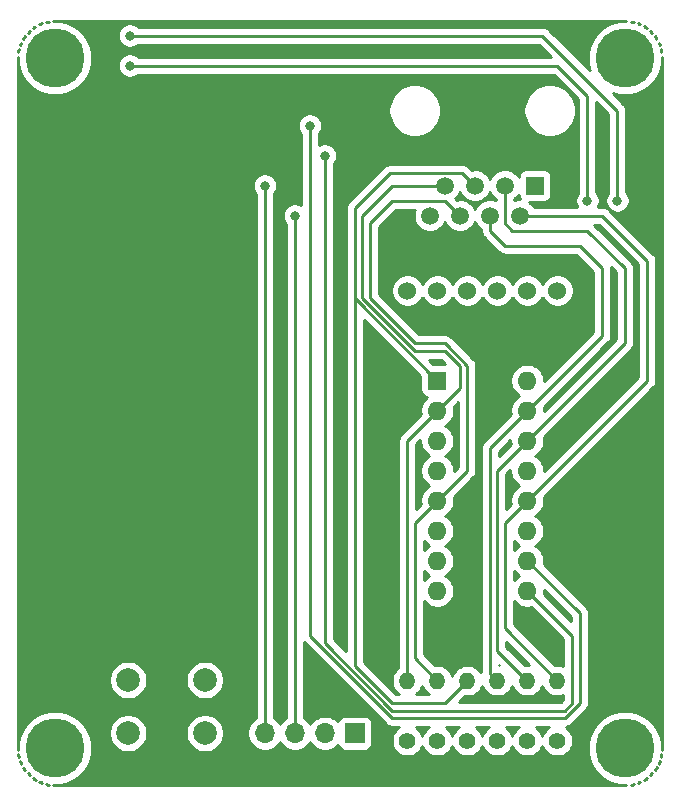
<source format=gbr>
%TF.GenerationSoftware,KiCad,Pcbnew,5.1.10-88a1d61d58~88~ubuntu18.04.1*%
%TF.CreationDate,2021-08-27T16:22:50+08:00*%
%TF.ProjectId,grip_strength,67726970-5f73-4747-9265-6e6774682e6b,rev?*%
%TF.SameCoordinates,Original*%
%TF.FileFunction,Copper,L2,Bot*%
%TF.FilePolarity,Positive*%
%FSLAX46Y46*%
G04 Gerber Fmt 4.6, Leading zero omitted, Abs format (unit mm)*
G04 Created by KiCad (PCBNEW 5.1.10-88a1d61d58~88~ubuntu18.04.1) date 2021-08-27 16:22:50*
%MOMM*%
%LPD*%
G01*
G04 APERTURE LIST*
%TA.AperFunction,ComponentPad*%
%ADD10R,1.500000X1.500000*%
%TD*%
%TA.AperFunction,ComponentPad*%
%ADD11C,1.500000*%
%TD*%
%TA.AperFunction,ComponentPad*%
%ADD12O,1.700000X1.700000*%
%TD*%
%TA.AperFunction,ComponentPad*%
%ADD13R,1.700000X1.700000*%
%TD*%
%TA.AperFunction,ComponentPad*%
%ADD14O,1.400000X1.400000*%
%TD*%
%TA.AperFunction,ComponentPad*%
%ADD15C,1.400000*%
%TD*%
%TA.AperFunction,ComponentPad*%
%ADD16C,1.524000*%
%TD*%
%TA.AperFunction,ComponentPad*%
%ADD17O,1.600000X1.600000*%
%TD*%
%TA.AperFunction,ComponentPad*%
%ADD18R,1.600000X1.600000*%
%TD*%
%TA.AperFunction,ComponentPad*%
%ADD19C,2.000000*%
%TD*%
%TA.AperFunction,ComponentPad*%
%ADD20C,5.000000*%
%TD*%
%TA.AperFunction,ViaPad*%
%ADD21C,0.800000*%
%TD*%
%TA.AperFunction,Conductor*%
%ADD22C,0.250000*%
%TD*%
%TA.AperFunction,NonConductor*%
%ADD23C,0.254000*%
%TD*%
%TA.AperFunction,NonConductor*%
%ADD24C,0.100000*%
%TD*%
G04 APERTURE END LIST*
D10*
%TO.P,J1,1*%
%TO.N,VCC*%
X119380000Y-66675000D03*
D11*
%TO.P,J1,2*%
%TO.N,Net-(J1-Pad2)*%
X118110000Y-69215000D03*
%TO.P,J1,3*%
%TO.N,Net-(J1-Pad3)*%
X116840000Y-66675000D03*
%TO.P,J1,4*%
%TO.N,Net-(J1-Pad4)*%
X115570000Y-69215000D03*
%TO.P,J1,5*%
%TO.N,Net-(J1-Pad5)*%
X114300000Y-66675000D03*
%TO.P,J1,6*%
%TO.N,Net-(J1-Pad6)*%
X113030000Y-69215000D03*
%TO.P,J1,7*%
%TO.N,Net-(J1-Pad7)*%
X111760000Y-66675000D03*
%TO.P,J1,8*%
%TO.N,GNDREF*%
X110490000Y-69215000D03*
%TD*%
D12*
%TO.P,U4,4*%
%TO.N,Net-(U1-Pad6)*%
X96520000Y-113030000D03*
%TO.P,U4,3*%
%TO.N,Net-(U1-Pad7)*%
X99060000Y-113030000D03*
%TO.P,U4,2*%
%TO.N,GNDREF*%
X101600000Y-113030000D03*
D13*
%TO.P,U4,1*%
%TO.N,VCC*%
X104140000Y-113030000D03*
%TD*%
D14*
%TO.P,R6,2*%
%TO.N,Net-(J1-Pad7)*%
X108585000Y-108585000D03*
D15*
%TO.P,R6,1*%
%TO.N,VCC*%
X108585000Y-113665000D03*
%TD*%
D16*
%TO.P,U2,6*%
%TO.N,Net-(U2-Pad6)*%
X108585000Y-75565000D03*
%TO.P,U2,5*%
%TO.N,VCC*%
X111125000Y-75565000D03*
%TO.P,U2,4*%
%TO.N,GNDREF*%
X113665000Y-75565000D03*
%TO.P,U2,3*%
%TO.N,Net-(U1-Pad2)*%
X116205000Y-75565000D03*
%TO.P,U2,2*%
%TO.N,Net-(U1-Pad1)*%
X118745000Y-75565000D03*
%TO.P,U2,1*%
%TO.N,Net-(U2-Pad1)*%
X121285000Y-75565000D03*
%TD*%
D17*
%TO.P,U3,16*%
%TO.N,VCC*%
X118745000Y-83185000D03*
%TO.P,U3,8*%
%TO.N,GNDREF*%
X111125000Y-100965000D03*
%TO.P,U3,15*%
%TO.N,Net-(J1-Pad4)*%
X118745000Y-85725000D03*
%TO.P,U3,7*%
%TO.N,GNDREF*%
X111125000Y-98425000D03*
%TO.P,U3,14*%
%TO.N,Net-(J1-Pad3)*%
X118745000Y-88265000D03*
%TO.P,U3,6*%
%TO.N,GNDREF*%
X111125000Y-95885000D03*
%TO.P,U3,13*%
%TO.N,Net-(U1-Pad32)*%
X118745000Y-90805000D03*
%TO.P,U3,5*%
%TO.N,Net-(J1-Pad6)*%
X111125000Y-93345000D03*
%TO.P,U3,12*%
%TO.N,Net-(J1-Pad2)*%
X118745000Y-93345000D03*
%TO.P,U3,4*%
%TO.N,Net-(U3-Pad4)*%
X111125000Y-90805000D03*
%TO.P,U3,11*%
%TO.N,Net-(U3-Pad11)*%
X118745000Y-95885000D03*
%TO.P,U3,3*%
%TO.N,Net-(U1-Pad31)*%
X111125000Y-88265000D03*
%TO.P,U3,10*%
%TO.N,Net-(U1-Pad4)*%
X118745000Y-98425000D03*
%TO.P,U3,2*%
%TO.N,Net-(J1-Pad7)*%
X111125000Y-85725000D03*
%TO.P,U3,9*%
%TO.N,Net-(U1-Pad5)*%
X118745000Y-100965000D03*
D18*
%TO.P,U3,1*%
%TO.N,Net-(J1-Pad5)*%
X111125000Y-83185000D03*
%TD*%
D19*
%TO.P,SW1,2*%
%TO.N,GNDREF*%
X91440000Y-108530000D03*
%TO.P,SW1,1*%
%TO.N,Net-(SW1-Pad1)*%
X91440000Y-113030000D03*
%TO.P,SW1,2*%
%TO.N,GNDREF*%
X84940000Y-108530000D03*
%TO.P,SW1,1*%
%TO.N,Net-(SW1-Pad1)*%
X84940000Y-113030000D03*
%TD*%
D20*
%TO.P,H1,1*%
%TO.N,N/C*%
X78740000Y-55880000D03*
%TD*%
%TO.P,H2,1*%
%TO.N,N/C*%
X127000000Y-55880000D03*
%TD*%
%TO.P,H3,1*%
%TO.N,N/C*%
X78740000Y-114300000D03*
%TD*%
%TO.P,H4,1*%
%TO.N,N/C*%
X127000000Y-114300000D03*
%TD*%
D15*
%TO.P,R1,1*%
%TO.N,VCC*%
X121285000Y-113665000D03*
D14*
%TO.P,R1,2*%
%TO.N,Net-(J1-Pad2)*%
X121285000Y-108585000D03*
%TD*%
%TO.P,R2,2*%
%TO.N,Net-(J1-Pad3)*%
X118745000Y-108585000D03*
D15*
%TO.P,R2,1*%
%TO.N,VCC*%
X118745000Y-113665000D03*
%TD*%
%TO.P,R3,1*%
%TO.N,VCC*%
X116205000Y-113665000D03*
D14*
%TO.P,R3,2*%
%TO.N,Net-(J1-Pad4)*%
X116205000Y-108585000D03*
%TD*%
D15*
%TO.P,R4,1*%
%TO.N,VCC*%
X113665000Y-113665000D03*
D14*
%TO.P,R4,2*%
%TO.N,Net-(J1-Pad5)*%
X113665000Y-108585000D03*
%TD*%
%TO.P,R5,2*%
%TO.N,Net-(J1-Pad6)*%
X111125000Y-108585000D03*
D15*
%TO.P,R5,1*%
%TO.N,VCC*%
X111125000Y-113665000D03*
%TD*%
D21*
%TO.N,Net-(U1-Pad1)*%
X85090000Y-53975000D03*
X126365000Y-67945000D03*
%TO.N,Net-(U1-Pad2)*%
X85090000Y-56515000D03*
X123825000Y-67945000D03*
%TO.N,Net-(U1-Pad4)*%
X100330000Y-61595000D03*
%TO.N,Net-(U1-Pad5)*%
X101600705Y-64135705D03*
%TO.N,Net-(U1-Pad6)*%
X96520000Y-66675000D03*
%TO.N,Net-(U1-Pad7)*%
X99060000Y-69215000D03*
%TD*%
D22*
%TO.N,Net-(J1-Pad2)*%
X118745000Y-93345000D02*
X124142500Y-87947500D01*
X124142500Y-87947500D02*
X123825000Y-88265000D01*
X121285000Y-108585000D02*
X116840000Y-104140000D01*
X116840000Y-95250000D02*
X118745000Y-93345000D01*
X116840000Y-104140000D02*
X116840000Y-95250000D01*
X126365000Y-85725000D02*
X124142500Y-87947500D01*
X128905000Y-83185000D02*
X126365000Y-85725000D01*
X125095000Y-69215000D02*
X128905000Y-73025000D01*
X128905000Y-73025000D02*
X128905000Y-83185000D01*
X118110000Y-69215000D02*
X125095000Y-69215000D01*
%TO.N,Net-(J1-Pad3)*%
X116840000Y-66675000D02*
X116840000Y-66040000D01*
X118745000Y-108585000D02*
X116205000Y-106045000D01*
X116205000Y-106045000D02*
X116205000Y-90805000D01*
X116205000Y-90805000D02*
X118745000Y-88265000D01*
X123825000Y-83185000D02*
X118745000Y-88265000D01*
X116840000Y-66675000D02*
X116840000Y-69848590D01*
X116840000Y-69848590D02*
X117475705Y-70484295D01*
X117475705Y-70484295D02*
X123824295Y-70484295D01*
X123824295Y-70484295D02*
X127000000Y-73660000D01*
X127000000Y-80010000D02*
X123825000Y-83185000D01*
X127000000Y-73660000D02*
X127000000Y-80010000D01*
%TO.N,Net-(U1-Pad1)*%
X126365000Y-62554588D02*
X126365000Y-67945000D01*
X126365000Y-60325000D02*
X126365000Y-62554588D01*
X85090000Y-53975000D02*
X120015000Y-53975000D01*
X120015000Y-53975000D02*
X126365000Y-60325000D01*
%TO.N,Net-(U1-Pad2)*%
X118110000Y-56515000D02*
X85090000Y-56515000D01*
X121285000Y-56515000D02*
X118110000Y-56515000D01*
X123825000Y-59055000D02*
X121285000Y-56515000D01*
X123825000Y-67945000D02*
X123825000Y-59055000D01*
%TO.N,Net-(U1-Pad4)*%
X100330000Y-61595000D02*
X100330000Y-61595000D01*
X121920000Y-111760000D02*
X107315000Y-111760000D01*
X100330000Y-104775000D02*
X100330000Y-61595000D01*
X107315000Y-111760000D02*
X100330000Y-104775000D01*
X123190000Y-110490000D02*
X121920000Y-111760000D01*
X123190000Y-102870000D02*
X123190000Y-110490000D01*
X118745000Y-98425000D02*
X123190000Y-102870000D01*
%TO.N,Net-(U1-Pad5)*%
X101600705Y-64135705D02*
X101600705Y-64135705D01*
X101600705Y-105409295D02*
X101600705Y-64135705D01*
X121918590Y-111125000D02*
X107316410Y-111125000D01*
X122555000Y-110488590D02*
X121918590Y-111125000D01*
X122555000Y-104775000D02*
X122555000Y-110488590D01*
X107316410Y-111125000D02*
X101600705Y-105409295D01*
X118745000Y-100965000D02*
X122555000Y-104775000D01*
%TO.N,Net-(U1-Pad6)*%
X96520000Y-113030000D02*
X96520000Y-66675000D01*
X96520000Y-66675000D02*
X96520000Y-66675000D01*
%TO.N,Net-(U1-Pad7)*%
X99060000Y-113030000D02*
X99060000Y-69215000D01*
X99060000Y-69215000D02*
X99060000Y-69215000D01*
%TO.N,Net-(J1-Pad4)*%
X115570000Y-69215000D02*
X115117999Y-69667001D01*
X116205000Y-108585000D02*
X115570000Y-107950000D01*
X115570000Y-107950000D02*
X115570000Y-88900000D01*
X115570000Y-88900000D02*
X118745000Y-85725000D01*
X125095000Y-73660000D02*
X125095000Y-79375000D01*
X123190000Y-71755000D02*
X125095000Y-73660000D01*
X116840000Y-71755000D02*
X123190000Y-71755000D01*
X115570000Y-70485000D02*
X116840000Y-71755000D01*
X125095000Y-79375000D02*
X118745000Y-85725000D01*
X115570000Y-69215000D02*
X115570000Y-70485000D01*
%TO.N,Net-(J1-Pad5)*%
X111125000Y-83185000D02*
X104140000Y-76200000D01*
X104140000Y-107312180D02*
X107317820Y-110490000D01*
X104140000Y-76200000D02*
X104140000Y-107312180D01*
X111760000Y-110490000D02*
X113665000Y-108585000D01*
X107317820Y-110490000D02*
X111760000Y-110490000D01*
X113224999Y-65599999D02*
X107120001Y-65599999D01*
X107120001Y-65599999D02*
X104140000Y-68580000D01*
X114300000Y-66675000D02*
X113224999Y-65599999D01*
X104140000Y-76200000D02*
X104140000Y-68580000D01*
%TO.N,Net-(J1-Pad6)*%
X113351002Y-69215000D02*
X113030000Y-69215000D01*
X111125000Y-108585000D02*
X109220000Y-106680000D01*
X109220000Y-95250000D02*
X111125000Y-93345000D01*
X109220000Y-106680000D02*
X109220000Y-95250000D01*
X113665000Y-90805000D02*
X111125000Y-93345000D01*
X111946400Y-80194990D02*
X113665000Y-81913590D01*
X111944990Y-80194990D02*
X111946400Y-80194990D01*
X113665000Y-81913590D02*
X113665000Y-90805000D01*
X111758590Y-80008590D02*
X111944990Y-80194990D01*
X113030000Y-69215000D02*
X111760000Y-67945000D01*
X105410000Y-76197180D02*
X109221410Y-80008590D01*
X111760000Y-67945000D02*
X107315000Y-67945000D01*
X107315000Y-67945000D02*
X105410000Y-69850000D01*
X109221410Y-80008590D02*
X111758590Y-80008590D01*
X105410000Y-69850000D02*
X105410000Y-76197180D01*
%TO.N,Net-(J1-Pad7)*%
X108585000Y-88265000D02*
X108585000Y-108585000D01*
X111125000Y-85725000D02*
X108585000Y-88265000D01*
X111758590Y-80645000D02*
X111760000Y-80645000D01*
X108585705Y-80009295D02*
X109035010Y-80458600D01*
X113030000Y-83820000D02*
X111125000Y-85725000D01*
X104775705Y-76199295D02*
X108585705Y-80009295D01*
X109220705Y-80644295D02*
X109221410Y-80645000D01*
X108585705Y-80009295D02*
X109220705Y-80644295D01*
X113030000Y-81915000D02*
X113030000Y-83820000D01*
X111760000Y-80645000D02*
X113030000Y-81915000D01*
X110770002Y-80645000D02*
X111760000Y-80645000D01*
X110769297Y-80644295D02*
X110770002Y-80645000D01*
X109220705Y-80644295D02*
X110769297Y-80644295D01*
X107315000Y-66675000D02*
X104775705Y-69214295D01*
X111760000Y-66675000D02*
X107315000Y-66675000D01*
X104775705Y-69214295D02*
X104775705Y-76199295D01*
%TD*%
D23*
X127120703Y-52745000D02*
X126691229Y-52745000D01*
X126085554Y-52865476D01*
X125515021Y-53101799D01*
X125001554Y-53444886D01*
X124564886Y-53881554D01*
X124221799Y-54395021D01*
X123985476Y-54965554D01*
X123865000Y-55571229D01*
X123865000Y-56188771D01*
X123985476Y-56794446D01*
X124039378Y-56924576D01*
X120578804Y-53464003D01*
X120555001Y-53434999D01*
X120439276Y-53340026D01*
X120307247Y-53269454D01*
X120163986Y-53225997D01*
X120052333Y-53215000D01*
X120052322Y-53215000D01*
X120015000Y-53211324D01*
X119977678Y-53215000D01*
X85793711Y-53215000D01*
X85749774Y-53171063D01*
X85580256Y-53057795D01*
X85391898Y-52979774D01*
X85191939Y-52940000D01*
X84988061Y-52940000D01*
X84788102Y-52979774D01*
X84599744Y-53057795D01*
X84430226Y-53171063D01*
X84286063Y-53315226D01*
X84172795Y-53484744D01*
X84094774Y-53673102D01*
X84055000Y-53873061D01*
X84055000Y-54076939D01*
X84094774Y-54276898D01*
X84172795Y-54465256D01*
X84286063Y-54634774D01*
X84430226Y-54778937D01*
X84599744Y-54892205D01*
X84788102Y-54970226D01*
X84988061Y-55010000D01*
X85191939Y-55010000D01*
X85391898Y-54970226D01*
X85580256Y-54892205D01*
X85749774Y-54778937D01*
X85793711Y-54735000D01*
X119700199Y-54735000D01*
X120720199Y-55755000D01*
X85793711Y-55755000D01*
X85749774Y-55711063D01*
X85580256Y-55597795D01*
X85391898Y-55519774D01*
X85191939Y-55480000D01*
X84988061Y-55480000D01*
X84788102Y-55519774D01*
X84599744Y-55597795D01*
X84430226Y-55711063D01*
X84286063Y-55855226D01*
X84172795Y-56024744D01*
X84094774Y-56213102D01*
X84055000Y-56413061D01*
X84055000Y-56616939D01*
X84094774Y-56816898D01*
X84172795Y-57005256D01*
X84286063Y-57174774D01*
X84430226Y-57318937D01*
X84599744Y-57432205D01*
X84788102Y-57510226D01*
X84988061Y-57550000D01*
X85191939Y-57550000D01*
X85391898Y-57510226D01*
X85580256Y-57432205D01*
X85749774Y-57318937D01*
X85793711Y-57275000D01*
X120970199Y-57275000D01*
X123065001Y-59369804D01*
X123065000Y-67241289D01*
X123021063Y-67285226D01*
X122907795Y-67454744D01*
X122829774Y-67643102D01*
X122790000Y-67843061D01*
X122790000Y-68046939D01*
X122829774Y-68246898D01*
X122907795Y-68435256D01*
X122920987Y-68455000D01*
X119267909Y-68455000D01*
X119185799Y-68332114D01*
X118992886Y-68139201D01*
X118878951Y-68063072D01*
X120130000Y-68063072D01*
X120254482Y-68050812D01*
X120374180Y-68014502D01*
X120484494Y-67955537D01*
X120581185Y-67876185D01*
X120660537Y-67779494D01*
X120719502Y-67669180D01*
X120755812Y-67549482D01*
X120768072Y-67425000D01*
X120768072Y-65925000D01*
X120755812Y-65800518D01*
X120719502Y-65680820D01*
X120660537Y-65570506D01*
X120581185Y-65473815D01*
X120484494Y-65394463D01*
X120374180Y-65335498D01*
X120254482Y-65299188D01*
X120130000Y-65286928D01*
X118630000Y-65286928D01*
X118505518Y-65299188D01*
X118385820Y-65335498D01*
X118275506Y-65394463D01*
X118178815Y-65473815D01*
X118099463Y-65570506D01*
X118040498Y-65680820D01*
X118004188Y-65800518D01*
X117993555Y-65908483D01*
X117915799Y-65792114D01*
X117722886Y-65599201D01*
X117496043Y-65447629D01*
X117243989Y-65343225D01*
X117003392Y-65295367D01*
X116988986Y-65290997D01*
X116840000Y-65276323D01*
X116691015Y-65290997D01*
X116676611Y-65295366D01*
X116436011Y-65343225D01*
X116183957Y-65447629D01*
X115957114Y-65599201D01*
X115764201Y-65792114D01*
X115612629Y-66018957D01*
X115570000Y-66121873D01*
X115527371Y-66018957D01*
X115375799Y-65792114D01*
X115182886Y-65599201D01*
X114956043Y-65447629D01*
X114703989Y-65343225D01*
X114436411Y-65290000D01*
X114163589Y-65290000D01*
X114018635Y-65318833D01*
X113788803Y-65089001D01*
X113765000Y-65059998D01*
X113649275Y-64965025D01*
X113517246Y-64894453D01*
X113373985Y-64850996D01*
X113262332Y-64839999D01*
X113262321Y-64839999D01*
X113224999Y-64836323D01*
X113187677Y-64839999D01*
X107157324Y-64839999D01*
X107120001Y-64836323D01*
X107082678Y-64839999D01*
X107082668Y-64839999D01*
X106971015Y-64850996D01*
X106827754Y-64894453D01*
X106695725Y-64965025D01*
X106580000Y-65059998D01*
X106556202Y-65088996D01*
X103628998Y-68016201D01*
X103600000Y-68039999D01*
X103576202Y-68068997D01*
X103576201Y-68068998D01*
X103505026Y-68155724D01*
X103434454Y-68287754D01*
X103420998Y-68332114D01*
X103390998Y-68431014D01*
X103387552Y-68465998D01*
X103376324Y-68580000D01*
X103380001Y-68617332D01*
X103380000Y-76162667D01*
X103380000Y-76162678D01*
X103376324Y-76200000D01*
X103380000Y-76237322D01*
X103380001Y-106113790D01*
X102360705Y-105094494D01*
X102360705Y-64839416D01*
X102404642Y-64795479D01*
X102517910Y-64625961D01*
X102595931Y-64437603D01*
X102635705Y-64237644D01*
X102635705Y-64033766D01*
X102595931Y-63833807D01*
X102517910Y-63645449D01*
X102404642Y-63475931D01*
X102260479Y-63331768D01*
X102090961Y-63218500D01*
X101902603Y-63140479D01*
X101702644Y-63100705D01*
X101498766Y-63100705D01*
X101298807Y-63140479D01*
X101110449Y-63218500D01*
X101090000Y-63232164D01*
X101090000Y-62298711D01*
X101133937Y-62254774D01*
X101247205Y-62085256D01*
X101325226Y-61896898D01*
X101365000Y-61696939D01*
X101365000Y-61493061D01*
X101325226Y-61293102D01*
X101247205Y-61104744D01*
X101133937Y-60935226D01*
X100989774Y-60791063D01*
X100820256Y-60677795D01*
X100631898Y-60599774D01*
X100431939Y-60560000D01*
X100228061Y-60560000D01*
X100028102Y-60599774D01*
X99839744Y-60677795D01*
X99670226Y-60791063D01*
X99526063Y-60935226D01*
X99412795Y-61104744D01*
X99334774Y-61293102D01*
X99295000Y-61493061D01*
X99295000Y-61696939D01*
X99334774Y-61896898D01*
X99412795Y-62085256D01*
X99526063Y-62254774D01*
X99570001Y-62298712D01*
X99570001Y-68310988D01*
X99550256Y-68297795D01*
X99361898Y-68219774D01*
X99161939Y-68180000D01*
X98958061Y-68180000D01*
X98758102Y-68219774D01*
X98569744Y-68297795D01*
X98400226Y-68411063D01*
X98256063Y-68555226D01*
X98142795Y-68724744D01*
X98064774Y-68913102D01*
X98025000Y-69113061D01*
X98025000Y-69316939D01*
X98064774Y-69516898D01*
X98142795Y-69705256D01*
X98256063Y-69874774D01*
X98300001Y-69918712D01*
X98300000Y-111751822D01*
X98113368Y-111876525D01*
X97906525Y-112083368D01*
X97790000Y-112257760D01*
X97673475Y-112083368D01*
X97466632Y-111876525D01*
X97280000Y-111751822D01*
X97280000Y-67378711D01*
X97323937Y-67334774D01*
X97437205Y-67165256D01*
X97515226Y-66976898D01*
X97555000Y-66776939D01*
X97555000Y-66573061D01*
X97515226Y-66373102D01*
X97437205Y-66184744D01*
X97323937Y-66015226D01*
X97179774Y-65871063D01*
X97010256Y-65757795D01*
X96821898Y-65679774D01*
X96621939Y-65640000D01*
X96418061Y-65640000D01*
X96218102Y-65679774D01*
X96029744Y-65757795D01*
X95860226Y-65871063D01*
X95716063Y-66015226D01*
X95602795Y-66184744D01*
X95524774Y-66373102D01*
X95485000Y-66573061D01*
X95485000Y-66776939D01*
X95524774Y-66976898D01*
X95602795Y-67165256D01*
X95716063Y-67334774D01*
X95760001Y-67378712D01*
X95760000Y-111751822D01*
X95573368Y-111876525D01*
X95366525Y-112083368D01*
X95204010Y-112326589D01*
X95092068Y-112596842D01*
X95035000Y-112883740D01*
X95035000Y-113176260D01*
X95092068Y-113463158D01*
X95204010Y-113733411D01*
X95366525Y-113976632D01*
X95573368Y-114183475D01*
X95816589Y-114345990D01*
X96086842Y-114457932D01*
X96373740Y-114515000D01*
X96666260Y-114515000D01*
X96953158Y-114457932D01*
X97223411Y-114345990D01*
X97466632Y-114183475D01*
X97673475Y-113976632D01*
X97790000Y-113802240D01*
X97906525Y-113976632D01*
X98113368Y-114183475D01*
X98356589Y-114345990D01*
X98626842Y-114457932D01*
X98913740Y-114515000D01*
X99206260Y-114515000D01*
X99493158Y-114457932D01*
X99763411Y-114345990D01*
X100006632Y-114183475D01*
X100213475Y-113976632D01*
X100330000Y-113802240D01*
X100446525Y-113976632D01*
X100653368Y-114183475D01*
X100896589Y-114345990D01*
X101166842Y-114457932D01*
X101453740Y-114515000D01*
X101746260Y-114515000D01*
X102033158Y-114457932D01*
X102303411Y-114345990D01*
X102546632Y-114183475D01*
X102678487Y-114051620D01*
X102700498Y-114124180D01*
X102759463Y-114234494D01*
X102838815Y-114331185D01*
X102935506Y-114410537D01*
X103045820Y-114469502D01*
X103165518Y-114505812D01*
X103290000Y-114518072D01*
X104990000Y-114518072D01*
X105114482Y-114505812D01*
X105234180Y-114469502D01*
X105344494Y-114410537D01*
X105441185Y-114331185D01*
X105520537Y-114234494D01*
X105579502Y-114124180D01*
X105615812Y-114004482D01*
X105628072Y-113880000D01*
X105628072Y-112180000D01*
X105615812Y-112055518D01*
X105579502Y-111935820D01*
X105520537Y-111825506D01*
X105441185Y-111728815D01*
X105344494Y-111649463D01*
X105234180Y-111590498D01*
X105114482Y-111554188D01*
X104990000Y-111541928D01*
X103290000Y-111541928D01*
X103165518Y-111554188D01*
X103045820Y-111590498D01*
X102935506Y-111649463D01*
X102838815Y-111728815D01*
X102759463Y-111825506D01*
X102700498Y-111935820D01*
X102678487Y-112008380D01*
X102546632Y-111876525D01*
X102303411Y-111714010D01*
X102033158Y-111602068D01*
X101746260Y-111545000D01*
X101453740Y-111545000D01*
X101166842Y-111602068D01*
X100896589Y-111714010D01*
X100653368Y-111876525D01*
X100446525Y-112083368D01*
X100330000Y-112257760D01*
X100213475Y-112083368D01*
X100006632Y-111876525D01*
X99820000Y-111751822D01*
X99820000Y-105339801D01*
X106751201Y-112271003D01*
X106774999Y-112300001D01*
X106890724Y-112394974D01*
X107022753Y-112465546D01*
X107166014Y-112509003D01*
X107277667Y-112520000D01*
X107277675Y-112520000D01*
X107315000Y-112523676D01*
X107352325Y-112520000D01*
X107895678Y-112520000D01*
X107733987Y-112628038D01*
X107548038Y-112813987D01*
X107401939Y-113032641D01*
X107301304Y-113275595D01*
X107250000Y-113533514D01*
X107250000Y-113796486D01*
X107301304Y-114054405D01*
X107401939Y-114297359D01*
X107548038Y-114516013D01*
X107733987Y-114701962D01*
X107952641Y-114848061D01*
X108195595Y-114948696D01*
X108453514Y-115000000D01*
X108716486Y-115000000D01*
X108974405Y-114948696D01*
X109217359Y-114848061D01*
X109436013Y-114701962D01*
X109621962Y-114516013D01*
X109768061Y-114297359D01*
X109855000Y-114087470D01*
X109941939Y-114297359D01*
X110088038Y-114516013D01*
X110273987Y-114701962D01*
X110492641Y-114848061D01*
X110735595Y-114948696D01*
X110993514Y-115000000D01*
X111256486Y-115000000D01*
X111514405Y-114948696D01*
X111757359Y-114848061D01*
X111976013Y-114701962D01*
X112161962Y-114516013D01*
X112308061Y-114297359D01*
X112395000Y-114087470D01*
X112481939Y-114297359D01*
X112628038Y-114516013D01*
X112813987Y-114701962D01*
X113032641Y-114848061D01*
X113275595Y-114948696D01*
X113533514Y-115000000D01*
X113796486Y-115000000D01*
X114054405Y-114948696D01*
X114297359Y-114848061D01*
X114516013Y-114701962D01*
X114701962Y-114516013D01*
X114848061Y-114297359D01*
X114935000Y-114087470D01*
X115021939Y-114297359D01*
X115168038Y-114516013D01*
X115353987Y-114701962D01*
X115572641Y-114848061D01*
X115815595Y-114948696D01*
X116073514Y-115000000D01*
X116336486Y-115000000D01*
X116594405Y-114948696D01*
X116837359Y-114848061D01*
X117056013Y-114701962D01*
X117241962Y-114516013D01*
X117388061Y-114297359D01*
X117475000Y-114087470D01*
X117561939Y-114297359D01*
X117708038Y-114516013D01*
X117893987Y-114701962D01*
X118112641Y-114848061D01*
X118355595Y-114948696D01*
X118613514Y-115000000D01*
X118876486Y-115000000D01*
X119134405Y-114948696D01*
X119377359Y-114848061D01*
X119596013Y-114701962D01*
X119781962Y-114516013D01*
X119928061Y-114297359D01*
X120015000Y-114087470D01*
X120101939Y-114297359D01*
X120248038Y-114516013D01*
X120433987Y-114701962D01*
X120652641Y-114848061D01*
X120895595Y-114948696D01*
X121153514Y-115000000D01*
X121416486Y-115000000D01*
X121674405Y-114948696D01*
X121917359Y-114848061D01*
X122136013Y-114701962D01*
X122321962Y-114516013D01*
X122468061Y-114297359D01*
X122568696Y-114054405D01*
X122620000Y-113796486D01*
X122620000Y-113533514D01*
X122568696Y-113275595D01*
X122468061Y-113032641D01*
X122321962Y-112813987D01*
X122136013Y-112628038D01*
X121972139Y-112518542D01*
X122068986Y-112509003D01*
X122212247Y-112465546D01*
X122344276Y-112394974D01*
X122460001Y-112300001D01*
X122483804Y-112270997D01*
X123701003Y-111053799D01*
X123730001Y-111030001D01*
X123824974Y-110914276D01*
X123895546Y-110782247D01*
X123939003Y-110638986D01*
X123950000Y-110527333D01*
X123950000Y-110527324D01*
X123953676Y-110490001D01*
X123950000Y-110452678D01*
X123950000Y-102907322D01*
X123953676Y-102869999D01*
X123950000Y-102832676D01*
X123950000Y-102832667D01*
X123939003Y-102721014D01*
X123895546Y-102577753D01*
X123824974Y-102445724D01*
X123730001Y-102329999D01*
X123701004Y-102306202D01*
X120143688Y-98748887D01*
X120180000Y-98566335D01*
X120180000Y-98283665D01*
X120124853Y-98006426D01*
X120016680Y-97745273D01*
X119859637Y-97510241D01*
X119659759Y-97310363D01*
X119427241Y-97155000D01*
X119659759Y-96999637D01*
X119859637Y-96799759D01*
X120016680Y-96564727D01*
X120124853Y-96303574D01*
X120180000Y-96026335D01*
X120180000Y-95743665D01*
X120124853Y-95466426D01*
X120016680Y-95205273D01*
X119859637Y-94970241D01*
X119659759Y-94770363D01*
X119427241Y-94615000D01*
X119659759Y-94459637D01*
X119859637Y-94259759D01*
X120016680Y-94024727D01*
X120124853Y-93763574D01*
X120180000Y-93486335D01*
X120180000Y-93203665D01*
X120143688Y-93021113D01*
X124706299Y-88458503D01*
X124706303Y-88458498D01*
X126928799Y-86236003D01*
X126928803Y-86235998D01*
X129416008Y-83748795D01*
X129445001Y-83725001D01*
X129468795Y-83696008D01*
X129468799Y-83696004D01*
X129539973Y-83609277D01*
X129539974Y-83609276D01*
X129610546Y-83477247D01*
X129654003Y-83333986D01*
X129665000Y-83222333D01*
X129665000Y-83222324D01*
X129668676Y-83185001D01*
X129665000Y-83147678D01*
X129665000Y-73062325D01*
X129668676Y-73025000D01*
X129665000Y-72987675D01*
X129665000Y-72987667D01*
X129654003Y-72876014D01*
X129610546Y-72732753D01*
X129539974Y-72600724D01*
X129445001Y-72484999D01*
X129416004Y-72461202D01*
X125658804Y-68704003D01*
X125651994Y-68695705D01*
X125705226Y-68748937D01*
X125874744Y-68862205D01*
X126063102Y-68940226D01*
X126263061Y-68980000D01*
X126466939Y-68980000D01*
X126666898Y-68940226D01*
X126855256Y-68862205D01*
X127024774Y-68748937D01*
X127168937Y-68604774D01*
X127282205Y-68435256D01*
X127360226Y-68246898D01*
X127400000Y-68046939D01*
X127400000Y-67843061D01*
X127360226Y-67643102D01*
X127282205Y-67454744D01*
X127168937Y-67285226D01*
X127125000Y-67241289D01*
X127125000Y-60362322D01*
X127128676Y-60324999D01*
X127125000Y-60287676D01*
X127125000Y-60287667D01*
X127114003Y-60176014D01*
X127070546Y-60032753D01*
X126999975Y-59900725D01*
X126999974Y-59900723D01*
X126928799Y-59813997D01*
X126905001Y-59784999D01*
X126876004Y-59761202D01*
X125955424Y-58840622D01*
X126085554Y-58894524D01*
X126691229Y-59015000D01*
X127308771Y-59015000D01*
X127914446Y-58894524D01*
X128484979Y-58658201D01*
X128998446Y-58315114D01*
X129435114Y-57878446D01*
X129778201Y-57364979D01*
X130014524Y-56794446D01*
X130135000Y-56188771D01*
X130135000Y-55746161D01*
X130150000Y-55888879D01*
X130150001Y-114267711D01*
X130135000Y-114420703D01*
X130135000Y-113991229D01*
X130014524Y-113385554D01*
X129778201Y-112815021D01*
X129435114Y-112301554D01*
X128998446Y-111864886D01*
X128484979Y-111521799D01*
X127914446Y-111285476D01*
X127308771Y-111165000D01*
X126691229Y-111165000D01*
X126085554Y-111285476D01*
X125515021Y-111521799D01*
X125001554Y-111864886D01*
X124564886Y-112301554D01*
X124221799Y-112815021D01*
X123985476Y-113385554D01*
X123865000Y-113991229D01*
X123865000Y-114608771D01*
X123985476Y-115214446D01*
X124221799Y-115784979D01*
X124564886Y-116298446D01*
X125001554Y-116735114D01*
X125515021Y-117078201D01*
X126085554Y-117314524D01*
X126691229Y-117435000D01*
X127133846Y-117435000D01*
X126991130Y-117450000D01*
X78772279Y-117450000D01*
X78619297Y-117435000D01*
X79048771Y-117435000D01*
X79654446Y-117314524D01*
X80224979Y-117078201D01*
X80738446Y-116735114D01*
X81175114Y-116298446D01*
X81518201Y-115784979D01*
X81754524Y-115214446D01*
X81875000Y-114608771D01*
X81875000Y-113991229D01*
X81754524Y-113385554D01*
X81540547Y-112868967D01*
X83305000Y-112868967D01*
X83305000Y-113191033D01*
X83367832Y-113506912D01*
X83491082Y-113804463D01*
X83670013Y-114072252D01*
X83897748Y-114299987D01*
X84165537Y-114478918D01*
X84463088Y-114602168D01*
X84778967Y-114665000D01*
X85101033Y-114665000D01*
X85416912Y-114602168D01*
X85714463Y-114478918D01*
X85982252Y-114299987D01*
X86209987Y-114072252D01*
X86388918Y-113804463D01*
X86512168Y-113506912D01*
X86575000Y-113191033D01*
X86575000Y-112868967D01*
X89805000Y-112868967D01*
X89805000Y-113191033D01*
X89867832Y-113506912D01*
X89991082Y-113804463D01*
X90170013Y-114072252D01*
X90397748Y-114299987D01*
X90665537Y-114478918D01*
X90963088Y-114602168D01*
X91278967Y-114665000D01*
X91601033Y-114665000D01*
X91916912Y-114602168D01*
X92214463Y-114478918D01*
X92482252Y-114299987D01*
X92709987Y-114072252D01*
X92888918Y-113804463D01*
X93012168Y-113506912D01*
X93075000Y-113191033D01*
X93075000Y-112868967D01*
X93012168Y-112553088D01*
X92888918Y-112255537D01*
X92709987Y-111987748D01*
X92482252Y-111760013D01*
X92214463Y-111581082D01*
X91916912Y-111457832D01*
X91601033Y-111395000D01*
X91278967Y-111395000D01*
X90963088Y-111457832D01*
X90665537Y-111581082D01*
X90397748Y-111760013D01*
X90170013Y-111987748D01*
X89991082Y-112255537D01*
X89867832Y-112553088D01*
X89805000Y-112868967D01*
X86575000Y-112868967D01*
X86512168Y-112553088D01*
X86388918Y-112255537D01*
X86209987Y-111987748D01*
X85982252Y-111760013D01*
X85714463Y-111581082D01*
X85416912Y-111457832D01*
X85101033Y-111395000D01*
X84778967Y-111395000D01*
X84463088Y-111457832D01*
X84165537Y-111581082D01*
X83897748Y-111760013D01*
X83670013Y-111987748D01*
X83491082Y-112255537D01*
X83367832Y-112553088D01*
X83305000Y-112868967D01*
X81540547Y-112868967D01*
X81518201Y-112815021D01*
X81175114Y-112301554D01*
X80738446Y-111864886D01*
X80224979Y-111521799D01*
X79654446Y-111285476D01*
X79048771Y-111165000D01*
X78431229Y-111165000D01*
X77825554Y-111285476D01*
X77255021Y-111521799D01*
X76741554Y-111864886D01*
X76304886Y-112301554D01*
X75961799Y-112815021D01*
X75725476Y-113385554D01*
X75605000Y-113991229D01*
X75605000Y-114433846D01*
X75590000Y-114291130D01*
X75590000Y-108368967D01*
X83305000Y-108368967D01*
X83305000Y-108691033D01*
X83367832Y-109006912D01*
X83491082Y-109304463D01*
X83670013Y-109572252D01*
X83897748Y-109799987D01*
X84165537Y-109978918D01*
X84463088Y-110102168D01*
X84778967Y-110165000D01*
X85101033Y-110165000D01*
X85416912Y-110102168D01*
X85714463Y-109978918D01*
X85982252Y-109799987D01*
X86209987Y-109572252D01*
X86388918Y-109304463D01*
X86512168Y-109006912D01*
X86575000Y-108691033D01*
X86575000Y-108368967D01*
X89805000Y-108368967D01*
X89805000Y-108691033D01*
X89867832Y-109006912D01*
X89991082Y-109304463D01*
X90170013Y-109572252D01*
X90397748Y-109799987D01*
X90665537Y-109978918D01*
X90963088Y-110102168D01*
X91278967Y-110165000D01*
X91601033Y-110165000D01*
X91916912Y-110102168D01*
X92214463Y-109978918D01*
X92482252Y-109799987D01*
X92709987Y-109572252D01*
X92888918Y-109304463D01*
X93012168Y-109006912D01*
X93075000Y-108691033D01*
X93075000Y-108368967D01*
X93012168Y-108053088D01*
X92888918Y-107755537D01*
X92709987Y-107487748D01*
X92482252Y-107260013D01*
X92214463Y-107081082D01*
X91916912Y-106957832D01*
X91601033Y-106895000D01*
X91278967Y-106895000D01*
X90963088Y-106957832D01*
X90665537Y-107081082D01*
X90397748Y-107260013D01*
X90170013Y-107487748D01*
X89991082Y-107755537D01*
X89867832Y-108053088D01*
X89805000Y-108368967D01*
X86575000Y-108368967D01*
X86512168Y-108053088D01*
X86388918Y-107755537D01*
X86209987Y-107487748D01*
X85982252Y-107260013D01*
X85714463Y-107081082D01*
X85416912Y-106957832D01*
X85101033Y-106895000D01*
X84778967Y-106895000D01*
X84463088Y-106957832D01*
X84165537Y-107081082D01*
X83897748Y-107260013D01*
X83670013Y-107487748D01*
X83491082Y-107755537D01*
X83367832Y-108053088D01*
X83305000Y-108368967D01*
X75590000Y-108368967D01*
X75590000Y-60104872D01*
X106985000Y-60104872D01*
X106985000Y-60545128D01*
X107070890Y-60976925D01*
X107239369Y-61383669D01*
X107483962Y-61749729D01*
X107795271Y-62061038D01*
X108161331Y-62305631D01*
X108568075Y-62474110D01*
X108999872Y-62560000D01*
X109440128Y-62560000D01*
X109871925Y-62474110D01*
X110278669Y-62305631D01*
X110644729Y-62061038D01*
X110956038Y-61749729D01*
X111200631Y-61383669D01*
X111369110Y-60976925D01*
X111455000Y-60545128D01*
X111455000Y-60104872D01*
X118415000Y-60104872D01*
X118415000Y-60545128D01*
X118500890Y-60976925D01*
X118669369Y-61383669D01*
X118913962Y-61749729D01*
X119225271Y-62061038D01*
X119591331Y-62305631D01*
X119998075Y-62474110D01*
X120429872Y-62560000D01*
X120870128Y-62560000D01*
X121301925Y-62474110D01*
X121708669Y-62305631D01*
X122074729Y-62061038D01*
X122386038Y-61749729D01*
X122630631Y-61383669D01*
X122799110Y-60976925D01*
X122885000Y-60545128D01*
X122885000Y-60104872D01*
X122799110Y-59673075D01*
X122630631Y-59266331D01*
X122386038Y-58900271D01*
X122074729Y-58588962D01*
X121708669Y-58344369D01*
X121301925Y-58175890D01*
X120870128Y-58090000D01*
X120429872Y-58090000D01*
X119998075Y-58175890D01*
X119591331Y-58344369D01*
X119225271Y-58588962D01*
X118913962Y-58900271D01*
X118669369Y-59266331D01*
X118500890Y-59673075D01*
X118415000Y-60104872D01*
X111455000Y-60104872D01*
X111369110Y-59673075D01*
X111200631Y-59266331D01*
X110956038Y-58900271D01*
X110644729Y-58588962D01*
X110278669Y-58344369D01*
X109871925Y-58175890D01*
X109440128Y-58090000D01*
X108999872Y-58090000D01*
X108568075Y-58175890D01*
X108161331Y-58344369D01*
X107795271Y-58588962D01*
X107483962Y-58900271D01*
X107239369Y-59266331D01*
X107070890Y-59673075D01*
X106985000Y-60104872D01*
X75590000Y-60104872D01*
X75590000Y-55912279D01*
X75605000Y-55759297D01*
X75605000Y-56188771D01*
X75725476Y-56794446D01*
X75961799Y-57364979D01*
X76304886Y-57878446D01*
X76741554Y-58315114D01*
X77255021Y-58658201D01*
X77825554Y-58894524D01*
X78431229Y-59015000D01*
X79048771Y-59015000D01*
X79654446Y-58894524D01*
X80224979Y-58658201D01*
X80738446Y-58315114D01*
X81175114Y-57878446D01*
X81518201Y-57364979D01*
X81754524Y-56794446D01*
X81875000Y-56188771D01*
X81875000Y-55571229D01*
X81754524Y-54965554D01*
X81518201Y-54395021D01*
X81175114Y-53881554D01*
X80738446Y-53444886D01*
X80224979Y-53101799D01*
X79654446Y-52865476D01*
X79048771Y-52745000D01*
X78606161Y-52745000D01*
X78748879Y-52730000D01*
X126967721Y-52730000D01*
X127120703Y-52745000D01*
%TA.AperFunction,NonConductor*%
D24*
G36*
X127120703Y-52745000D02*
G01*
X126691229Y-52745000D01*
X126085554Y-52865476D01*
X125515021Y-53101799D01*
X125001554Y-53444886D01*
X124564886Y-53881554D01*
X124221799Y-54395021D01*
X123985476Y-54965554D01*
X123865000Y-55571229D01*
X123865000Y-56188771D01*
X123985476Y-56794446D01*
X124039378Y-56924576D01*
X120578804Y-53464003D01*
X120555001Y-53434999D01*
X120439276Y-53340026D01*
X120307247Y-53269454D01*
X120163986Y-53225997D01*
X120052333Y-53215000D01*
X120052322Y-53215000D01*
X120015000Y-53211324D01*
X119977678Y-53215000D01*
X85793711Y-53215000D01*
X85749774Y-53171063D01*
X85580256Y-53057795D01*
X85391898Y-52979774D01*
X85191939Y-52940000D01*
X84988061Y-52940000D01*
X84788102Y-52979774D01*
X84599744Y-53057795D01*
X84430226Y-53171063D01*
X84286063Y-53315226D01*
X84172795Y-53484744D01*
X84094774Y-53673102D01*
X84055000Y-53873061D01*
X84055000Y-54076939D01*
X84094774Y-54276898D01*
X84172795Y-54465256D01*
X84286063Y-54634774D01*
X84430226Y-54778937D01*
X84599744Y-54892205D01*
X84788102Y-54970226D01*
X84988061Y-55010000D01*
X85191939Y-55010000D01*
X85391898Y-54970226D01*
X85580256Y-54892205D01*
X85749774Y-54778937D01*
X85793711Y-54735000D01*
X119700199Y-54735000D01*
X120720199Y-55755000D01*
X85793711Y-55755000D01*
X85749774Y-55711063D01*
X85580256Y-55597795D01*
X85391898Y-55519774D01*
X85191939Y-55480000D01*
X84988061Y-55480000D01*
X84788102Y-55519774D01*
X84599744Y-55597795D01*
X84430226Y-55711063D01*
X84286063Y-55855226D01*
X84172795Y-56024744D01*
X84094774Y-56213102D01*
X84055000Y-56413061D01*
X84055000Y-56616939D01*
X84094774Y-56816898D01*
X84172795Y-57005256D01*
X84286063Y-57174774D01*
X84430226Y-57318937D01*
X84599744Y-57432205D01*
X84788102Y-57510226D01*
X84988061Y-57550000D01*
X85191939Y-57550000D01*
X85391898Y-57510226D01*
X85580256Y-57432205D01*
X85749774Y-57318937D01*
X85793711Y-57275000D01*
X120970199Y-57275000D01*
X123065001Y-59369804D01*
X123065000Y-67241289D01*
X123021063Y-67285226D01*
X122907795Y-67454744D01*
X122829774Y-67643102D01*
X122790000Y-67843061D01*
X122790000Y-68046939D01*
X122829774Y-68246898D01*
X122907795Y-68435256D01*
X122920987Y-68455000D01*
X119267909Y-68455000D01*
X119185799Y-68332114D01*
X118992886Y-68139201D01*
X118878951Y-68063072D01*
X120130000Y-68063072D01*
X120254482Y-68050812D01*
X120374180Y-68014502D01*
X120484494Y-67955537D01*
X120581185Y-67876185D01*
X120660537Y-67779494D01*
X120719502Y-67669180D01*
X120755812Y-67549482D01*
X120768072Y-67425000D01*
X120768072Y-65925000D01*
X120755812Y-65800518D01*
X120719502Y-65680820D01*
X120660537Y-65570506D01*
X120581185Y-65473815D01*
X120484494Y-65394463D01*
X120374180Y-65335498D01*
X120254482Y-65299188D01*
X120130000Y-65286928D01*
X118630000Y-65286928D01*
X118505518Y-65299188D01*
X118385820Y-65335498D01*
X118275506Y-65394463D01*
X118178815Y-65473815D01*
X118099463Y-65570506D01*
X118040498Y-65680820D01*
X118004188Y-65800518D01*
X117993555Y-65908483D01*
X117915799Y-65792114D01*
X117722886Y-65599201D01*
X117496043Y-65447629D01*
X117243989Y-65343225D01*
X117003392Y-65295367D01*
X116988986Y-65290997D01*
X116840000Y-65276323D01*
X116691015Y-65290997D01*
X116676611Y-65295366D01*
X116436011Y-65343225D01*
X116183957Y-65447629D01*
X115957114Y-65599201D01*
X115764201Y-65792114D01*
X115612629Y-66018957D01*
X115570000Y-66121873D01*
X115527371Y-66018957D01*
X115375799Y-65792114D01*
X115182886Y-65599201D01*
X114956043Y-65447629D01*
X114703989Y-65343225D01*
X114436411Y-65290000D01*
X114163589Y-65290000D01*
X114018635Y-65318833D01*
X113788803Y-65089001D01*
X113765000Y-65059998D01*
X113649275Y-64965025D01*
X113517246Y-64894453D01*
X113373985Y-64850996D01*
X113262332Y-64839999D01*
X113262321Y-64839999D01*
X113224999Y-64836323D01*
X113187677Y-64839999D01*
X107157324Y-64839999D01*
X107120001Y-64836323D01*
X107082678Y-64839999D01*
X107082668Y-64839999D01*
X106971015Y-64850996D01*
X106827754Y-64894453D01*
X106695725Y-64965025D01*
X106580000Y-65059998D01*
X106556202Y-65088996D01*
X103628998Y-68016201D01*
X103600000Y-68039999D01*
X103576202Y-68068997D01*
X103576201Y-68068998D01*
X103505026Y-68155724D01*
X103434454Y-68287754D01*
X103420998Y-68332114D01*
X103390998Y-68431014D01*
X103387552Y-68465998D01*
X103376324Y-68580000D01*
X103380001Y-68617332D01*
X103380000Y-76162667D01*
X103380000Y-76162678D01*
X103376324Y-76200000D01*
X103380000Y-76237322D01*
X103380001Y-106113790D01*
X102360705Y-105094494D01*
X102360705Y-64839416D01*
X102404642Y-64795479D01*
X102517910Y-64625961D01*
X102595931Y-64437603D01*
X102635705Y-64237644D01*
X102635705Y-64033766D01*
X102595931Y-63833807D01*
X102517910Y-63645449D01*
X102404642Y-63475931D01*
X102260479Y-63331768D01*
X102090961Y-63218500D01*
X101902603Y-63140479D01*
X101702644Y-63100705D01*
X101498766Y-63100705D01*
X101298807Y-63140479D01*
X101110449Y-63218500D01*
X101090000Y-63232164D01*
X101090000Y-62298711D01*
X101133937Y-62254774D01*
X101247205Y-62085256D01*
X101325226Y-61896898D01*
X101365000Y-61696939D01*
X101365000Y-61493061D01*
X101325226Y-61293102D01*
X101247205Y-61104744D01*
X101133937Y-60935226D01*
X100989774Y-60791063D01*
X100820256Y-60677795D01*
X100631898Y-60599774D01*
X100431939Y-60560000D01*
X100228061Y-60560000D01*
X100028102Y-60599774D01*
X99839744Y-60677795D01*
X99670226Y-60791063D01*
X99526063Y-60935226D01*
X99412795Y-61104744D01*
X99334774Y-61293102D01*
X99295000Y-61493061D01*
X99295000Y-61696939D01*
X99334774Y-61896898D01*
X99412795Y-62085256D01*
X99526063Y-62254774D01*
X99570001Y-62298712D01*
X99570001Y-68310988D01*
X99550256Y-68297795D01*
X99361898Y-68219774D01*
X99161939Y-68180000D01*
X98958061Y-68180000D01*
X98758102Y-68219774D01*
X98569744Y-68297795D01*
X98400226Y-68411063D01*
X98256063Y-68555226D01*
X98142795Y-68724744D01*
X98064774Y-68913102D01*
X98025000Y-69113061D01*
X98025000Y-69316939D01*
X98064774Y-69516898D01*
X98142795Y-69705256D01*
X98256063Y-69874774D01*
X98300001Y-69918712D01*
X98300000Y-111751822D01*
X98113368Y-111876525D01*
X97906525Y-112083368D01*
X97790000Y-112257760D01*
X97673475Y-112083368D01*
X97466632Y-111876525D01*
X97280000Y-111751822D01*
X97280000Y-67378711D01*
X97323937Y-67334774D01*
X97437205Y-67165256D01*
X97515226Y-66976898D01*
X97555000Y-66776939D01*
X97555000Y-66573061D01*
X97515226Y-66373102D01*
X97437205Y-66184744D01*
X97323937Y-66015226D01*
X97179774Y-65871063D01*
X97010256Y-65757795D01*
X96821898Y-65679774D01*
X96621939Y-65640000D01*
X96418061Y-65640000D01*
X96218102Y-65679774D01*
X96029744Y-65757795D01*
X95860226Y-65871063D01*
X95716063Y-66015226D01*
X95602795Y-66184744D01*
X95524774Y-66373102D01*
X95485000Y-66573061D01*
X95485000Y-66776939D01*
X95524774Y-66976898D01*
X95602795Y-67165256D01*
X95716063Y-67334774D01*
X95760001Y-67378712D01*
X95760000Y-111751822D01*
X95573368Y-111876525D01*
X95366525Y-112083368D01*
X95204010Y-112326589D01*
X95092068Y-112596842D01*
X95035000Y-112883740D01*
X95035000Y-113176260D01*
X95092068Y-113463158D01*
X95204010Y-113733411D01*
X95366525Y-113976632D01*
X95573368Y-114183475D01*
X95816589Y-114345990D01*
X96086842Y-114457932D01*
X96373740Y-114515000D01*
X96666260Y-114515000D01*
X96953158Y-114457932D01*
X97223411Y-114345990D01*
X97466632Y-114183475D01*
X97673475Y-113976632D01*
X97790000Y-113802240D01*
X97906525Y-113976632D01*
X98113368Y-114183475D01*
X98356589Y-114345990D01*
X98626842Y-114457932D01*
X98913740Y-114515000D01*
X99206260Y-114515000D01*
X99493158Y-114457932D01*
X99763411Y-114345990D01*
X100006632Y-114183475D01*
X100213475Y-113976632D01*
X100330000Y-113802240D01*
X100446525Y-113976632D01*
X100653368Y-114183475D01*
X100896589Y-114345990D01*
X101166842Y-114457932D01*
X101453740Y-114515000D01*
X101746260Y-114515000D01*
X102033158Y-114457932D01*
X102303411Y-114345990D01*
X102546632Y-114183475D01*
X102678487Y-114051620D01*
X102700498Y-114124180D01*
X102759463Y-114234494D01*
X102838815Y-114331185D01*
X102935506Y-114410537D01*
X103045820Y-114469502D01*
X103165518Y-114505812D01*
X103290000Y-114518072D01*
X104990000Y-114518072D01*
X105114482Y-114505812D01*
X105234180Y-114469502D01*
X105344494Y-114410537D01*
X105441185Y-114331185D01*
X105520537Y-114234494D01*
X105579502Y-114124180D01*
X105615812Y-114004482D01*
X105628072Y-113880000D01*
X105628072Y-112180000D01*
X105615812Y-112055518D01*
X105579502Y-111935820D01*
X105520537Y-111825506D01*
X105441185Y-111728815D01*
X105344494Y-111649463D01*
X105234180Y-111590498D01*
X105114482Y-111554188D01*
X104990000Y-111541928D01*
X103290000Y-111541928D01*
X103165518Y-111554188D01*
X103045820Y-111590498D01*
X102935506Y-111649463D01*
X102838815Y-111728815D01*
X102759463Y-111825506D01*
X102700498Y-111935820D01*
X102678487Y-112008380D01*
X102546632Y-111876525D01*
X102303411Y-111714010D01*
X102033158Y-111602068D01*
X101746260Y-111545000D01*
X101453740Y-111545000D01*
X101166842Y-111602068D01*
X100896589Y-111714010D01*
X100653368Y-111876525D01*
X100446525Y-112083368D01*
X100330000Y-112257760D01*
X100213475Y-112083368D01*
X100006632Y-111876525D01*
X99820000Y-111751822D01*
X99820000Y-105339801D01*
X106751201Y-112271003D01*
X106774999Y-112300001D01*
X106890724Y-112394974D01*
X107022753Y-112465546D01*
X107166014Y-112509003D01*
X107277667Y-112520000D01*
X107277675Y-112520000D01*
X107315000Y-112523676D01*
X107352325Y-112520000D01*
X107895678Y-112520000D01*
X107733987Y-112628038D01*
X107548038Y-112813987D01*
X107401939Y-113032641D01*
X107301304Y-113275595D01*
X107250000Y-113533514D01*
X107250000Y-113796486D01*
X107301304Y-114054405D01*
X107401939Y-114297359D01*
X107548038Y-114516013D01*
X107733987Y-114701962D01*
X107952641Y-114848061D01*
X108195595Y-114948696D01*
X108453514Y-115000000D01*
X108716486Y-115000000D01*
X108974405Y-114948696D01*
X109217359Y-114848061D01*
X109436013Y-114701962D01*
X109621962Y-114516013D01*
X109768061Y-114297359D01*
X109855000Y-114087470D01*
X109941939Y-114297359D01*
X110088038Y-114516013D01*
X110273987Y-114701962D01*
X110492641Y-114848061D01*
X110735595Y-114948696D01*
X110993514Y-115000000D01*
X111256486Y-115000000D01*
X111514405Y-114948696D01*
X111757359Y-114848061D01*
X111976013Y-114701962D01*
X112161962Y-114516013D01*
X112308061Y-114297359D01*
X112395000Y-114087470D01*
X112481939Y-114297359D01*
X112628038Y-114516013D01*
X112813987Y-114701962D01*
X113032641Y-114848061D01*
X113275595Y-114948696D01*
X113533514Y-115000000D01*
X113796486Y-115000000D01*
X114054405Y-114948696D01*
X114297359Y-114848061D01*
X114516013Y-114701962D01*
X114701962Y-114516013D01*
X114848061Y-114297359D01*
X114935000Y-114087470D01*
X115021939Y-114297359D01*
X115168038Y-114516013D01*
X115353987Y-114701962D01*
X115572641Y-114848061D01*
X115815595Y-114948696D01*
X116073514Y-115000000D01*
X116336486Y-115000000D01*
X116594405Y-114948696D01*
X116837359Y-114848061D01*
X117056013Y-114701962D01*
X117241962Y-114516013D01*
X117388061Y-114297359D01*
X117475000Y-114087470D01*
X117561939Y-114297359D01*
X117708038Y-114516013D01*
X117893987Y-114701962D01*
X118112641Y-114848061D01*
X118355595Y-114948696D01*
X118613514Y-115000000D01*
X118876486Y-115000000D01*
X119134405Y-114948696D01*
X119377359Y-114848061D01*
X119596013Y-114701962D01*
X119781962Y-114516013D01*
X119928061Y-114297359D01*
X120015000Y-114087470D01*
X120101939Y-114297359D01*
X120248038Y-114516013D01*
X120433987Y-114701962D01*
X120652641Y-114848061D01*
X120895595Y-114948696D01*
X121153514Y-115000000D01*
X121416486Y-115000000D01*
X121674405Y-114948696D01*
X121917359Y-114848061D01*
X122136013Y-114701962D01*
X122321962Y-114516013D01*
X122468061Y-114297359D01*
X122568696Y-114054405D01*
X122620000Y-113796486D01*
X122620000Y-113533514D01*
X122568696Y-113275595D01*
X122468061Y-113032641D01*
X122321962Y-112813987D01*
X122136013Y-112628038D01*
X121972139Y-112518542D01*
X122068986Y-112509003D01*
X122212247Y-112465546D01*
X122344276Y-112394974D01*
X122460001Y-112300001D01*
X122483804Y-112270997D01*
X123701003Y-111053799D01*
X123730001Y-111030001D01*
X123824974Y-110914276D01*
X123895546Y-110782247D01*
X123939003Y-110638986D01*
X123950000Y-110527333D01*
X123950000Y-110527324D01*
X123953676Y-110490001D01*
X123950000Y-110452678D01*
X123950000Y-102907322D01*
X123953676Y-102869999D01*
X123950000Y-102832676D01*
X123950000Y-102832667D01*
X123939003Y-102721014D01*
X123895546Y-102577753D01*
X123824974Y-102445724D01*
X123730001Y-102329999D01*
X123701004Y-102306202D01*
X120143688Y-98748887D01*
X120180000Y-98566335D01*
X120180000Y-98283665D01*
X120124853Y-98006426D01*
X120016680Y-97745273D01*
X119859637Y-97510241D01*
X119659759Y-97310363D01*
X119427241Y-97155000D01*
X119659759Y-96999637D01*
X119859637Y-96799759D01*
X120016680Y-96564727D01*
X120124853Y-96303574D01*
X120180000Y-96026335D01*
X120180000Y-95743665D01*
X120124853Y-95466426D01*
X120016680Y-95205273D01*
X119859637Y-94970241D01*
X119659759Y-94770363D01*
X119427241Y-94615000D01*
X119659759Y-94459637D01*
X119859637Y-94259759D01*
X120016680Y-94024727D01*
X120124853Y-93763574D01*
X120180000Y-93486335D01*
X120180000Y-93203665D01*
X120143688Y-93021113D01*
X124706299Y-88458503D01*
X124706303Y-88458498D01*
X126928799Y-86236003D01*
X126928803Y-86235998D01*
X129416008Y-83748795D01*
X129445001Y-83725001D01*
X129468795Y-83696008D01*
X129468799Y-83696004D01*
X129539973Y-83609277D01*
X129539974Y-83609276D01*
X129610546Y-83477247D01*
X129654003Y-83333986D01*
X129665000Y-83222333D01*
X129665000Y-83222324D01*
X129668676Y-83185001D01*
X129665000Y-83147678D01*
X129665000Y-73062325D01*
X129668676Y-73025000D01*
X129665000Y-72987675D01*
X129665000Y-72987667D01*
X129654003Y-72876014D01*
X129610546Y-72732753D01*
X129539974Y-72600724D01*
X129445001Y-72484999D01*
X129416004Y-72461202D01*
X125658804Y-68704003D01*
X125651994Y-68695705D01*
X125705226Y-68748937D01*
X125874744Y-68862205D01*
X126063102Y-68940226D01*
X126263061Y-68980000D01*
X126466939Y-68980000D01*
X126666898Y-68940226D01*
X126855256Y-68862205D01*
X127024774Y-68748937D01*
X127168937Y-68604774D01*
X127282205Y-68435256D01*
X127360226Y-68246898D01*
X127400000Y-68046939D01*
X127400000Y-67843061D01*
X127360226Y-67643102D01*
X127282205Y-67454744D01*
X127168937Y-67285226D01*
X127125000Y-67241289D01*
X127125000Y-60362322D01*
X127128676Y-60324999D01*
X127125000Y-60287676D01*
X127125000Y-60287667D01*
X127114003Y-60176014D01*
X127070546Y-60032753D01*
X126999975Y-59900725D01*
X126999974Y-59900723D01*
X126928799Y-59813997D01*
X126905001Y-59784999D01*
X126876004Y-59761202D01*
X125955424Y-58840622D01*
X126085554Y-58894524D01*
X126691229Y-59015000D01*
X127308771Y-59015000D01*
X127914446Y-58894524D01*
X128484979Y-58658201D01*
X128998446Y-58315114D01*
X129435114Y-57878446D01*
X129778201Y-57364979D01*
X130014524Y-56794446D01*
X130135000Y-56188771D01*
X130135000Y-55746161D01*
X130150000Y-55888879D01*
X130150001Y-114267711D01*
X130135000Y-114420703D01*
X130135000Y-113991229D01*
X130014524Y-113385554D01*
X129778201Y-112815021D01*
X129435114Y-112301554D01*
X128998446Y-111864886D01*
X128484979Y-111521799D01*
X127914446Y-111285476D01*
X127308771Y-111165000D01*
X126691229Y-111165000D01*
X126085554Y-111285476D01*
X125515021Y-111521799D01*
X125001554Y-111864886D01*
X124564886Y-112301554D01*
X124221799Y-112815021D01*
X123985476Y-113385554D01*
X123865000Y-113991229D01*
X123865000Y-114608771D01*
X123985476Y-115214446D01*
X124221799Y-115784979D01*
X124564886Y-116298446D01*
X125001554Y-116735114D01*
X125515021Y-117078201D01*
X126085554Y-117314524D01*
X126691229Y-117435000D01*
X127133846Y-117435000D01*
X126991130Y-117450000D01*
X78772279Y-117450000D01*
X78619297Y-117435000D01*
X79048771Y-117435000D01*
X79654446Y-117314524D01*
X80224979Y-117078201D01*
X80738446Y-116735114D01*
X81175114Y-116298446D01*
X81518201Y-115784979D01*
X81754524Y-115214446D01*
X81875000Y-114608771D01*
X81875000Y-113991229D01*
X81754524Y-113385554D01*
X81540547Y-112868967D01*
X83305000Y-112868967D01*
X83305000Y-113191033D01*
X83367832Y-113506912D01*
X83491082Y-113804463D01*
X83670013Y-114072252D01*
X83897748Y-114299987D01*
X84165537Y-114478918D01*
X84463088Y-114602168D01*
X84778967Y-114665000D01*
X85101033Y-114665000D01*
X85416912Y-114602168D01*
X85714463Y-114478918D01*
X85982252Y-114299987D01*
X86209987Y-114072252D01*
X86388918Y-113804463D01*
X86512168Y-113506912D01*
X86575000Y-113191033D01*
X86575000Y-112868967D01*
X89805000Y-112868967D01*
X89805000Y-113191033D01*
X89867832Y-113506912D01*
X89991082Y-113804463D01*
X90170013Y-114072252D01*
X90397748Y-114299987D01*
X90665537Y-114478918D01*
X90963088Y-114602168D01*
X91278967Y-114665000D01*
X91601033Y-114665000D01*
X91916912Y-114602168D01*
X92214463Y-114478918D01*
X92482252Y-114299987D01*
X92709987Y-114072252D01*
X92888918Y-113804463D01*
X93012168Y-113506912D01*
X93075000Y-113191033D01*
X93075000Y-112868967D01*
X93012168Y-112553088D01*
X92888918Y-112255537D01*
X92709987Y-111987748D01*
X92482252Y-111760013D01*
X92214463Y-111581082D01*
X91916912Y-111457832D01*
X91601033Y-111395000D01*
X91278967Y-111395000D01*
X90963088Y-111457832D01*
X90665537Y-111581082D01*
X90397748Y-111760013D01*
X90170013Y-111987748D01*
X89991082Y-112255537D01*
X89867832Y-112553088D01*
X89805000Y-112868967D01*
X86575000Y-112868967D01*
X86512168Y-112553088D01*
X86388918Y-112255537D01*
X86209987Y-111987748D01*
X85982252Y-111760013D01*
X85714463Y-111581082D01*
X85416912Y-111457832D01*
X85101033Y-111395000D01*
X84778967Y-111395000D01*
X84463088Y-111457832D01*
X84165537Y-111581082D01*
X83897748Y-111760013D01*
X83670013Y-111987748D01*
X83491082Y-112255537D01*
X83367832Y-112553088D01*
X83305000Y-112868967D01*
X81540547Y-112868967D01*
X81518201Y-112815021D01*
X81175114Y-112301554D01*
X80738446Y-111864886D01*
X80224979Y-111521799D01*
X79654446Y-111285476D01*
X79048771Y-111165000D01*
X78431229Y-111165000D01*
X77825554Y-111285476D01*
X77255021Y-111521799D01*
X76741554Y-111864886D01*
X76304886Y-112301554D01*
X75961799Y-112815021D01*
X75725476Y-113385554D01*
X75605000Y-113991229D01*
X75605000Y-114433846D01*
X75590000Y-114291130D01*
X75590000Y-108368967D01*
X83305000Y-108368967D01*
X83305000Y-108691033D01*
X83367832Y-109006912D01*
X83491082Y-109304463D01*
X83670013Y-109572252D01*
X83897748Y-109799987D01*
X84165537Y-109978918D01*
X84463088Y-110102168D01*
X84778967Y-110165000D01*
X85101033Y-110165000D01*
X85416912Y-110102168D01*
X85714463Y-109978918D01*
X85982252Y-109799987D01*
X86209987Y-109572252D01*
X86388918Y-109304463D01*
X86512168Y-109006912D01*
X86575000Y-108691033D01*
X86575000Y-108368967D01*
X89805000Y-108368967D01*
X89805000Y-108691033D01*
X89867832Y-109006912D01*
X89991082Y-109304463D01*
X90170013Y-109572252D01*
X90397748Y-109799987D01*
X90665537Y-109978918D01*
X90963088Y-110102168D01*
X91278967Y-110165000D01*
X91601033Y-110165000D01*
X91916912Y-110102168D01*
X92214463Y-109978918D01*
X92482252Y-109799987D01*
X92709987Y-109572252D01*
X92888918Y-109304463D01*
X93012168Y-109006912D01*
X93075000Y-108691033D01*
X93075000Y-108368967D01*
X93012168Y-108053088D01*
X92888918Y-107755537D01*
X92709987Y-107487748D01*
X92482252Y-107260013D01*
X92214463Y-107081082D01*
X91916912Y-106957832D01*
X91601033Y-106895000D01*
X91278967Y-106895000D01*
X90963088Y-106957832D01*
X90665537Y-107081082D01*
X90397748Y-107260013D01*
X90170013Y-107487748D01*
X89991082Y-107755537D01*
X89867832Y-108053088D01*
X89805000Y-108368967D01*
X86575000Y-108368967D01*
X86512168Y-108053088D01*
X86388918Y-107755537D01*
X86209987Y-107487748D01*
X85982252Y-107260013D01*
X85714463Y-107081082D01*
X85416912Y-106957832D01*
X85101033Y-106895000D01*
X84778967Y-106895000D01*
X84463088Y-106957832D01*
X84165537Y-107081082D01*
X83897748Y-107260013D01*
X83670013Y-107487748D01*
X83491082Y-107755537D01*
X83367832Y-108053088D01*
X83305000Y-108368967D01*
X75590000Y-108368967D01*
X75590000Y-60104872D01*
X106985000Y-60104872D01*
X106985000Y-60545128D01*
X107070890Y-60976925D01*
X107239369Y-61383669D01*
X107483962Y-61749729D01*
X107795271Y-62061038D01*
X108161331Y-62305631D01*
X108568075Y-62474110D01*
X108999872Y-62560000D01*
X109440128Y-62560000D01*
X109871925Y-62474110D01*
X110278669Y-62305631D01*
X110644729Y-62061038D01*
X110956038Y-61749729D01*
X111200631Y-61383669D01*
X111369110Y-60976925D01*
X111455000Y-60545128D01*
X111455000Y-60104872D01*
X118415000Y-60104872D01*
X118415000Y-60545128D01*
X118500890Y-60976925D01*
X118669369Y-61383669D01*
X118913962Y-61749729D01*
X119225271Y-62061038D01*
X119591331Y-62305631D01*
X119998075Y-62474110D01*
X120429872Y-62560000D01*
X120870128Y-62560000D01*
X121301925Y-62474110D01*
X121708669Y-62305631D01*
X122074729Y-62061038D01*
X122386038Y-61749729D01*
X122630631Y-61383669D01*
X122799110Y-60976925D01*
X122885000Y-60545128D01*
X122885000Y-60104872D01*
X122799110Y-59673075D01*
X122630631Y-59266331D01*
X122386038Y-58900271D01*
X122074729Y-58588962D01*
X121708669Y-58344369D01*
X121301925Y-58175890D01*
X120870128Y-58090000D01*
X120429872Y-58090000D01*
X119998075Y-58175890D01*
X119591331Y-58344369D01*
X119225271Y-58588962D01*
X118913962Y-58900271D01*
X118669369Y-59266331D01*
X118500890Y-59673075D01*
X118415000Y-60104872D01*
X111455000Y-60104872D01*
X111369110Y-59673075D01*
X111200631Y-59266331D01*
X110956038Y-58900271D01*
X110644729Y-58588962D01*
X110278669Y-58344369D01*
X109871925Y-58175890D01*
X109440128Y-58090000D01*
X108999872Y-58090000D01*
X108568075Y-58175890D01*
X108161331Y-58344369D01*
X107795271Y-58588962D01*
X107483962Y-58900271D01*
X107239369Y-59266331D01*
X107070890Y-59673075D01*
X106985000Y-60104872D01*
X75590000Y-60104872D01*
X75590000Y-55912279D01*
X75605000Y-55759297D01*
X75605000Y-56188771D01*
X75725476Y-56794446D01*
X75961799Y-57364979D01*
X76304886Y-57878446D01*
X76741554Y-58315114D01*
X77255021Y-58658201D01*
X77825554Y-58894524D01*
X78431229Y-59015000D01*
X79048771Y-59015000D01*
X79654446Y-58894524D01*
X80224979Y-58658201D01*
X80738446Y-58315114D01*
X81175114Y-57878446D01*
X81518201Y-57364979D01*
X81754524Y-56794446D01*
X81875000Y-56188771D01*
X81875000Y-55571229D01*
X81754524Y-54965554D01*
X81518201Y-54395021D01*
X81175114Y-53881554D01*
X80738446Y-53444886D01*
X80224979Y-53101799D01*
X79654446Y-52865476D01*
X79048771Y-52745000D01*
X78606161Y-52745000D01*
X78748879Y-52730000D01*
X126967721Y-52730000D01*
X127120703Y-52745000D01*
G37*
%TD.AperFunction*%
D23*
X78248400Y-117398633D02*
X78128779Y-117386904D01*
X78011649Y-117351540D01*
X78248400Y-117398633D01*
%TA.AperFunction,NonConductor*%
D24*
G36*
X78248400Y-117398633D02*
G01*
X78128779Y-117386904D01*
X78011649Y-117351540D01*
X78248400Y-117398633D01*
G37*
%TD.AperFunction*%
D23*
X127632756Y-117382563D02*
X127504759Y-117396016D01*
X127741281Y-117348969D01*
X127632756Y-117382563D01*
%TA.AperFunction,NonConductor*%
D24*
G36*
X127632756Y-117382563D02*
G01*
X127504759Y-117396016D01*
X127741281Y-117348969D01*
X127632756Y-117382563D01*
G37*
%TD.AperFunction*%
D23*
X77654856Y-117243818D02*
X77540836Y-117209394D01*
X77431860Y-117151450D01*
X77654856Y-117243818D01*
%TA.AperFunction,NonConductor*%
D24*
G36*
X77654856Y-117243818D02*
G01*
X77540836Y-117209394D01*
X77431860Y-117151450D01*
X77654856Y-117243818D01*
G37*
%TD.AperFunction*%
D23*
X128219449Y-117200950D02*
X128097502Y-117238700D01*
X128320357Y-117146390D01*
X128219449Y-117200950D01*
%TA.AperFunction,NonConductor*%
D24*
G36*
X128219449Y-117200950D02*
G01*
X128097502Y-117238700D01*
X128320357Y-117146390D01*
X128219449Y-117200950D01*
G37*
%TD.AperFunction*%
D23*
X77102770Y-116976471D02*
X76998564Y-116921063D01*
X76902087Y-116842379D01*
X77102770Y-116976471D01*
%TA.AperFunction,NonConductor*%
D24*
G36*
X77102770Y-116976471D02*
G01*
X76998564Y-116921063D01*
X76902087Y-116842379D01*
X77102770Y-116976471D01*
G37*
%TD.AperFunction*%
D23*
X128759686Y-116908845D02*
X128648316Y-116969063D01*
X128848925Y-116835021D01*
X128759686Y-116908845D01*
%TA.AperFunction,NonConductor*%
D24*
G36*
X128759686Y-116908845D02*
G01*
X128648316Y-116969063D01*
X128848925Y-116835021D01*
X128759686Y-116908845D01*
G37*
%TD.AperFunction*%
D23*
X76613243Y-116606803D02*
X76522636Y-116532906D01*
X76442605Y-116436165D01*
X76613243Y-116606803D01*
%TA.AperFunction,NonConductor*%
D24*
G36*
X76613243Y-116606803D02*
G01*
X76522636Y-116532906D01*
X76442605Y-116436165D01*
X76613243Y-116606803D01*
G37*
%TD.AperFunction*%
D23*
X129232906Y-116517364D02*
X129136165Y-116597395D01*
X129306803Y-116426757D01*
X129232906Y-116517364D01*
%TA.AperFunction,NonConductor*%
D24*
G36*
X129232906Y-116517364D02*
G01*
X129136165Y-116597395D01*
X129306803Y-116426757D01*
X129232906Y-116517364D01*
G37*
%TD.AperFunction*%
D23*
X76204979Y-116148925D02*
X76131155Y-116059686D01*
X76070937Y-115948316D01*
X76204979Y-116148925D01*
%TA.AperFunction,NonConductor*%
D24*
G36*
X76204979Y-116148925D02*
G01*
X76131155Y-116059686D01*
X76070937Y-115948316D01*
X76204979Y-116148925D01*
G37*
%TD.AperFunction*%
D23*
X129621063Y-116041436D02*
X129542379Y-116137913D01*
X129676471Y-115937230D01*
X129621063Y-116041436D01*
%TA.AperFunction,NonConductor*%
D24*
G36*
X129621063Y-116041436D02*
G01*
X129542379Y-116137913D01*
X129676471Y-115937230D01*
X129621063Y-116041436D01*
G37*
%TD.AperFunction*%
D23*
X75893610Y-115620357D02*
X75839050Y-115519449D01*
X75801300Y-115397502D01*
X75893610Y-115620357D01*
%TA.AperFunction,NonConductor*%
D24*
G36*
X75893610Y-115620357D02*
G01*
X75839050Y-115519449D01*
X75801300Y-115397502D01*
X75893610Y-115620357D01*
G37*
%TD.AperFunction*%
D23*
X129909394Y-115499164D02*
X129851450Y-115608140D01*
X129943818Y-115385144D01*
X129909394Y-115499164D01*
%TA.AperFunction,NonConductor*%
D24*
G36*
X129909394Y-115499164D02*
G01*
X129851450Y-115608140D01*
X129943818Y-115385144D01*
X129909394Y-115499164D01*
G37*
%TD.AperFunction*%
D23*
X75691031Y-115041281D02*
X75657437Y-114932756D01*
X75643984Y-114804759D01*
X75691031Y-115041281D01*
%TA.AperFunction,NonConductor*%
D24*
G36*
X75691031Y-115041281D02*
G01*
X75657437Y-114932756D01*
X75643984Y-114804759D01*
X75691031Y-115041281D01*
G37*
%TD.AperFunction*%
D23*
X130086904Y-114911221D02*
X130051540Y-115028351D01*
X130098633Y-114791600D01*
X130086904Y-114911221D01*
%TA.AperFunction,NonConductor*%
D24*
G36*
X130086904Y-114911221D02*
G01*
X130051540Y-115028351D01*
X130098633Y-114791600D01*
X130086904Y-114911221D01*
G37*
%TD.AperFunction*%
D23*
X115353987Y-112628038D02*
X115168038Y-112813987D01*
X115021939Y-113032641D01*
X114935000Y-113242530D01*
X114848061Y-113032641D01*
X114701962Y-112813987D01*
X114516013Y-112628038D01*
X114354322Y-112520000D01*
X115515678Y-112520000D01*
X115353987Y-112628038D01*
%TA.AperFunction,NonConductor*%
D24*
G36*
X115353987Y-112628038D02*
G01*
X115168038Y-112813987D01*
X115021939Y-113032641D01*
X114935000Y-113242530D01*
X114848061Y-113032641D01*
X114701962Y-112813987D01*
X114516013Y-112628038D01*
X114354322Y-112520000D01*
X115515678Y-112520000D01*
X115353987Y-112628038D01*
G37*
%TD.AperFunction*%
D23*
X112813987Y-112628038D02*
X112628038Y-112813987D01*
X112481939Y-113032641D01*
X112395000Y-113242530D01*
X112308061Y-113032641D01*
X112161962Y-112813987D01*
X111976013Y-112628038D01*
X111814322Y-112520000D01*
X112975678Y-112520000D01*
X112813987Y-112628038D01*
%TA.AperFunction,NonConductor*%
D24*
G36*
X112813987Y-112628038D02*
G01*
X112628038Y-112813987D01*
X112481939Y-113032641D01*
X112395000Y-113242530D01*
X112308061Y-113032641D01*
X112161962Y-112813987D01*
X111976013Y-112628038D01*
X111814322Y-112520000D01*
X112975678Y-112520000D01*
X112813987Y-112628038D01*
G37*
%TD.AperFunction*%
D23*
X117893987Y-112628038D02*
X117708038Y-112813987D01*
X117561939Y-113032641D01*
X117475000Y-113242530D01*
X117388061Y-113032641D01*
X117241962Y-112813987D01*
X117056013Y-112628038D01*
X116894322Y-112520000D01*
X118055678Y-112520000D01*
X117893987Y-112628038D01*
%TA.AperFunction,NonConductor*%
D24*
G36*
X117893987Y-112628038D02*
G01*
X117708038Y-112813987D01*
X117561939Y-113032641D01*
X117475000Y-113242530D01*
X117388061Y-113032641D01*
X117241962Y-112813987D01*
X117056013Y-112628038D01*
X116894322Y-112520000D01*
X118055678Y-112520000D01*
X117893987Y-112628038D01*
G37*
%TD.AperFunction*%
D23*
X120433987Y-112628038D02*
X120248038Y-112813987D01*
X120101939Y-113032641D01*
X120015000Y-113242530D01*
X119928061Y-113032641D01*
X119781962Y-112813987D01*
X119596013Y-112628038D01*
X119434322Y-112520000D01*
X120595678Y-112520000D01*
X120433987Y-112628038D01*
%TA.AperFunction,NonConductor*%
D24*
G36*
X120433987Y-112628038D02*
G01*
X120248038Y-112813987D01*
X120101939Y-113032641D01*
X120015000Y-113242530D01*
X119928061Y-113032641D01*
X119781962Y-112813987D01*
X119596013Y-112628038D01*
X119434322Y-112520000D01*
X120595678Y-112520000D01*
X120433987Y-112628038D01*
G37*
%TD.AperFunction*%
D23*
X110273987Y-112628038D02*
X110088038Y-112813987D01*
X109941939Y-113032641D01*
X109855000Y-113242530D01*
X109768061Y-113032641D01*
X109621962Y-112813987D01*
X109436013Y-112628038D01*
X109274322Y-112520000D01*
X110435678Y-112520000D01*
X110273987Y-112628038D01*
%TA.AperFunction,NonConductor*%
D24*
G36*
X110273987Y-112628038D02*
G01*
X110088038Y-112813987D01*
X109941939Y-113032641D01*
X109855000Y-113242530D01*
X109768061Y-113032641D01*
X109621962Y-112813987D01*
X109436013Y-112628038D01*
X109274322Y-112520000D01*
X110435678Y-112520000D01*
X110273987Y-112628038D01*
G37*
%TD.AperFunction*%
D23*
X120101939Y-109217359D02*
X120248038Y-109436013D01*
X120433987Y-109621962D01*
X120652641Y-109768061D01*
X120895595Y-109868696D01*
X121153514Y-109920000D01*
X121416486Y-109920000D01*
X121674405Y-109868696D01*
X121795001Y-109818743D01*
X121795001Y-110173787D01*
X121603789Y-110365000D01*
X112959801Y-110365000D01*
X113426157Y-109898645D01*
X113533514Y-109920000D01*
X113796486Y-109920000D01*
X114054405Y-109868696D01*
X114297359Y-109768061D01*
X114516013Y-109621962D01*
X114701962Y-109436013D01*
X114848061Y-109217359D01*
X114935000Y-109007470D01*
X115021939Y-109217359D01*
X115168038Y-109436013D01*
X115353987Y-109621962D01*
X115572641Y-109768061D01*
X115815595Y-109868696D01*
X116073514Y-109920000D01*
X116336486Y-109920000D01*
X116594405Y-109868696D01*
X116837359Y-109768061D01*
X117056013Y-109621962D01*
X117241962Y-109436013D01*
X117388061Y-109217359D01*
X117475000Y-109007470D01*
X117561939Y-109217359D01*
X117708038Y-109436013D01*
X117893987Y-109621962D01*
X118112641Y-109768061D01*
X118355595Y-109868696D01*
X118613514Y-109920000D01*
X118876486Y-109920000D01*
X119134405Y-109868696D01*
X119377359Y-109768061D01*
X119596013Y-109621962D01*
X119781962Y-109436013D01*
X119928061Y-109217359D01*
X120015000Y-109007470D01*
X120101939Y-109217359D01*
%TA.AperFunction,NonConductor*%
D24*
G36*
X120101939Y-109217359D02*
G01*
X120248038Y-109436013D01*
X120433987Y-109621962D01*
X120652641Y-109768061D01*
X120895595Y-109868696D01*
X121153514Y-109920000D01*
X121416486Y-109920000D01*
X121674405Y-109868696D01*
X121795001Y-109818743D01*
X121795001Y-110173787D01*
X121603789Y-110365000D01*
X112959801Y-110365000D01*
X113426157Y-109898645D01*
X113533514Y-109920000D01*
X113796486Y-109920000D01*
X114054405Y-109868696D01*
X114297359Y-109768061D01*
X114516013Y-109621962D01*
X114701962Y-109436013D01*
X114848061Y-109217359D01*
X114935000Y-109007470D01*
X115021939Y-109217359D01*
X115168038Y-109436013D01*
X115353987Y-109621962D01*
X115572641Y-109768061D01*
X115815595Y-109868696D01*
X116073514Y-109920000D01*
X116336486Y-109920000D01*
X116594405Y-109868696D01*
X116837359Y-109768061D01*
X117056013Y-109621962D01*
X117241962Y-109436013D01*
X117388061Y-109217359D01*
X117475000Y-109007470D01*
X117561939Y-109217359D01*
X117708038Y-109436013D01*
X117893987Y-109621962D01*
X118112641Y-109768061D01*
X118355595Y-109868696D01*
X118613514Y-109920000D01*
X118876486Y-109920000D01*
X119134405Y-109868696D01*
X119377359Y-109768061D01*
X119596013Y-109621962D01*
X119781962Y-109436013D01*
X119928061Y-109217359D01*
X120015000Y-109007470D01*
X120101939Y-109217359D01*
G37*
%TD.AperFunction*%
D23*
X109686928Y-82821730D02*
X109686928Y-83985000D01*
X109699188Y-84109482D01*
X109735498Y-84229180D01*
X109794463Y-84339494D01*
X109873815Y-84436185D01*
X109970506Y-84515537D01*
X110080820Y-84574502D01*
X110200518Y-84610812D01*
X110208961Y-84611643D01*
X110010363Y-84810241D01*
X109853320Y-85045273D01*
X109745147Y-85306426D01*
X109690000Y-85583665D01*
X109690000Y-85866335D01*
X109726312Y-86048886D01*
X108074003Y-87701196D01*
X108044999Y-87724999D01*
X107989871Y-87792174D01*
X107950026Y-87840724D01*
X107892953Y-87947500D01*
X107879454Y-87972754D01*
X107835997Y-88116015D01*
X107825000Y-88227668D01*
X107825000Y-88227678D01*
X107821324Y-88265000D01*
X107825000Y-88302322D01*
X107825001Y-107487225D01*
X107733987Y-107548038D01*
X107548038Y-107733987D01*
X107401939Y-107952641D01*
X107301304Y-108195595D01*
X107250000Y-108453514D01*
X107250000Y-108716486D01*
X107301304Y-108974405D01*
X107401939Y-109217359D01*
X107548038Y-109436013D01*
X107733987Y-109621962D01*
X107895678Y-109730000D01*
X107632622Y-109730000D01*
X104900000Y-106997379D01*
X104900000Y-78034801D01*
X109686928Y-82821730D01*
%TA.AperFunction,NonConductor*%
D24*
G36*
X109686928Y-82821730D02*
G01*
X109686928Y-83985000D01*
X109699188Y-84109482D01*
X109735498Y-84229180D01*
X109794463Y-84339494D01*
X109873815Y-84436185D01*
X109970506Y-84515537D01*
X110080820Y-84574502D01*
X110200518Y-84610812D01*
X110208961Y-84611643D01*
X110010363Y-84810241D01*
X109853320Y-85045273D01*
X109745147Y-85306426D01*
X109690000Y-85583665D01*
X109690000Y-85866335D01*
X109726312Y-86048886D01*
X108074003Y-87701196D01*
X108044999Y-87724999D01*
X107989871Y-87792174D01*
X107950026Y-87840724D01*
X107892953Y-87947500D01*
X107879454Y-87972754D01*
X107835997Y-88116015D01*
X107825000Y-88227668D01*
X107825000Y-88227678D01*
X107821324Y-88265000D01*
X107825000Y-88302322D01*
X107825001Y-107487225D01*
X107733987Y-107548038D01*
X107548038Y-107733987D01*
X107401939Y-107952641D01*
X107301304Y-108195595D01*
X107250000Y-108453514D01*
X107250000Y-108716486D01*
X107301304Y-108974405D01*
X107401939Y-109217359D01*
X107548038Y-109436013D01*
X107733987Y-109621962D01*
X107895678Y-109730000D01*
X107632622Y-109730000D01*
X104900000Y-106997379D01*
X104900000Y-78034801D01*
X109686928Y-82821730D01*
G37*
%TD.AperFunction*%
D23*
X109941939Y-109217359D02*
X110088038Y-109436013D01*
X110273987Y-109621962D01*
X110435678Y-109730000D01*
X109274322Y-109730000D01*
X109436013Y-109621962D01*
X109621962Y-109436013D01*
X109768061Y-109217359D01*
X109855000Y-109007470D01*
X109941939Y-109217359D01*
%TA.AperFunction,NonConductor*%
D24*
G36*
X109941939Y-109217359D02*
G01*
X110088038Y-109436013D01*
X110273987Y-109621962D01*
X110435678Y-109730000D01*
X109274322Y-109730000D01*
X109436013Y-109621962D01*
X109621962Y-109436013D01*
X109768061Y-109217359D01*
X109855000Y-109007470D01*
X109941939Y-109217359D01*
G37*
%TD.AperFunction*%
D23*
X109158225Y-68811011D02*
X109105000Y-69078589D01*
X109105000Y-69351411D01*
X109158225Y-69618989D01*
X109262629Y-69871043D01*
X109414201Y-70097886D01*
X109607114Y-70290799D01*
X109833957Y-70442371D01*
X110086011Y-70546775D01*
X110353589Y-70600000D01*
X110626411Y-70600000D01*
X110893989Y-70546775D01*
X111146043Y-70442371D01*
X111372886Y-70290799D01*
X111565799Y-70097886D01*
X111717371Y-69871043D01*
X111760000Y-69768127D01*
X111802629Y-69871043D01*
X111954201Y-70097886D01*
X112147114Y-70290799D01*
X112373957Y-70442371D01*
X112626011Y-70546775D01*
X112893589Y-70600000D01*
X113166411Y-70600000D01*
X113433989Y-70546775D01*
X113686043Y-70442371D01*
X113912886Y-70290799D01*
X114105799Y-70097886D01*
X114257371Y-69871043D01*
X114300000Y-69768127D01*
X114342629Y-69871043D01*
X114455992Y-70040703D01*
X114483025Y-70091277D01*
X114577998Y-70207002D01*
X114693723Y-70301975D01*
X114744297Y-70329008D01*
X114810001Y-70372910D01*
X114810001Y-70447668D01*
X114806324Y-70485000D01*
X114810001Y-70522333D01*
X114820929Y-70633280D01*
X114820998Y-70633985D01*
X114864454Y-70777246D01*
X114935026Y-70909276D01*
X115006201Y-70996002D01*
X115030000Y-71025001D01*
X115058998Y-71048799D01*
X116276200Y-72266002D01*
X116299999Y-72295001D01*
X116415724Y-72389974D01*
X116547753Y-72460546D01*
X116691014Y-72504003D01*
X116802667Y-72515000D01*
X116802676Y-72515000D01*
X116839999Y-72518676D01*
X116877322Y-72515000D01*
X122875199Y-72515000D01*
X124335000Y-73974802D01*
X124335001Y-79060197D01*
X120180000Y-83215199D01*
X120180000Y-83043665D01*
X120124853Y-82766426D01*
X120016680Y-82505273D01*
X119859637Y-82270241D01*
X119659759Y-82070363D01*
X119424727Y-81913320D01*
X119163574Y-81805147D01*
X118886335Y-81750000D01*
X118603665Y-81750000D01*
X118326426Y-81805147D01*
X118065273Y-81913320D01*
X117830241Y-82070363D01*
X117630363Y-82270241D01*
X117473320Y-82505273D01*
X117365147Y-82766426D01*
X117310000Y-83043665D01*
X117310000Y-83326335D01*
X117365147Y-83603574D01*
X117473320Y-83864727D01*
X117630363Y-84099759D01*
X117830241Y-84299637D01*
X118062759Y-84455000D01*
X117830241Y-84610363D01*
X117630363Y-84810241D01*
X117473320Y-85045273D01*
X117365147Y-85306426D01*
X117310000Y-85583665D01*
X117310000Y-85866335D01*
X117346312Y-86048886D01*
X115058998Y-88336201D01*
X115030000Y-88359999D01*
X115006202Y-88388997D01*
X115006201Y-88388998D01*
X114935026Y-88475724D01*
X114864454Y-88607754D01*
X114820998Y-88751015D01*
X114806324Y-88900000D01*
X114810001Y-88937333D01*
X114810000Y-107895678D01*
X114701962Y-107733987D01*
X114516013Y-107548038D01*
X114297359Y-107401939D01*
X114054405Y-107301304D01*
X113796486Y-107250000D01*
X113533514Y-107250000D01*
X113275595Y-107301304D01*
X113032641Y-107401939D01*
X112813987Y-107548038D01*
X112628038Y-107733987D01*
X112481939Y-107952641D01*
X112395000Y-108162530D01*
X112308061Y-107952641D01*
X112161962Y-107733987D01*
X111976013Y-107548038D01*
X111757359Y-107401939D01*
X111514405Y-107301304D01*
X111256486Y-107250000D01*
X110993514Y-107250000D01*
X110886157Y-107271355D01*
X109980000Y-106365199D01*
X109980000Y-101834317D01*
X110010363Y-101879759D01*
X110210241Y-102079637D01*
X110445273Y-102236680D01*
X110706426Y-102344853D01*
X110983665Y-102400000D01*
X111266335Y-102400000D01*
X111543574Y-102344853D01*
X111804727Y-102236680D01*
X112039759Y-102079637D01*
X112239637Y-101879759D01*
X112396680Y-101644727D01*
X112504853Y-101383574D01*
X112560000Y-101106335D01*
X112560000Y-100823665D01*
X112504853Y-100546426D01*
X112396680Y-100285273D01*
X112239637Y-100050241D01*
X112039759Y-99850363D01*
X111807241Y-99695000D01*
X112039759Y-99539637D01*
X112239637Y-99339759D01*
X112396680Y-99104727D01*
X112504853Y-98843574D01*
X112560000Y-98566335D01*
X112560000Y-98283665D01*
X112504853Y-98006426D01*
X112396680Y-97745273D01*
X112239637Y-97510241D01*
X112039759Y-97310363D01*
X111807241Y-97155000D01*
X112039759Y-96999637D01*
X112239637Y-96799759D01*
X112396680Y-96564727D01*
X112504853Y-96303574D01*
X112560000Y-96026335D01*
X112560000Y-95743665D01*
X112504853Y-95466426D01*
X112396680Y-95205273D01*
X112239637Y-94970241D01*
X112039759Y-94770363D01*
X111807241Y-94615000D01*
X112039759Y-94459637D01*
X112239637Y-94259759D01*
X112396680Y-94024727D01*
X112504853Y-93763574D01*
X112560000Y-93486335D01*
X112560000Y-93203665D01*
X112523688Y-93021114D01*
X114176008Y-91368795D01*
X114205001Y-91345001D01*
X114228795Y-91316008D01*
X114228799Y-91316004D01*
X114299973Y-91229277D01*
X114299974Y-91229276D01*
X114370546Y-91097247D01*
X114414003Y-90953986D01*
X114425000Y-90842333D01*
X114425000Y-90842324D01*
X114428676Y-90805001D01*
X114425000Y-90767678D01*
X114425000Y-81950912D01*
X114428676Y-81913589D01*
X114425000Y-81876266D01*
X114425000Y-81876257D01*
X114414003Y-81764604D01*
X114370546Y-81621343D01*
X114299974Y-81489314D01*
X114286811Y-81473275D01*
X114228799Y-81402586D01*
X114228795Y-81402582D01*
X114205001Y-81373589D01*
X114176009Y-81349796D01*
X112510203Y-79683992D01*
X112486401Y-79654989D01*
X112449538Y-79624737D01*
X112322393Y-79497592D01*
X112298591Y-79468589D01*
X112182866Y-79373616D01*
X112050837Y-79303044D01*
X111907576Y-79259587D01*
X111795923Y-79248590D01*
X111795912Y-79248590D01*
X111758590Y-79244914D01*
X111721268Y-79248590D01*
X109536212Y-79248590D01*
X106170000Y-75882379D01*
X106170000Y-75427408D01*
X107188000Y-75427408D01*
X107188000Y-75702592D01*
X107241686Y-75972490D01*
X107346995Y-76226727D01*
X107499880Y-76455535D01*
X107694465Y-76650120D01*
X107923273Y-76803005D01*
X108177510Y-76908314D01*
X108447408Y-76962000D01*
X108722592Y-76962000D01*
X108992490Y-76908314D01*
X109246727Y-76803005D01*
X109475535Y-76650120D01*
X109670120Y-76455535D01*
X109823005Y-76226727D01*
X109855000Y-76149485D01*
X109886995Y-76226727D01*
X110039880Y-76455535D01*
X110234465Y-76650120D01*
X110463273Y-76803005D01*
X110717510Y-76908314D01*
X110987408Y-76962000D01*
X111262592Y-76962000D01*
X111532490Y-76908314D01*
X111786727Y-76803005D01*
X112015535Y-76650120D01*
X112210120Y-76455535D01*
X112363005Y-76226727D01*
X112395000Y-76149485D01*
X112426995Y-76226727D01*
X112579880Y-76455535D01*
X112774465Y-76650120D01*
X113003273Y-76803005D01*
X113257510Y-76908314D01*
X113527408Y-76962000D01*
X113802592Y-76962000D01*
X114072490Y-76908314D01*
X114326727Y-76803005D01*
X114555535Y-76650120D01*
X114750120Y-76455535D01*
X114903005Y-76226727D01*
X114935000Y-76149485D01*
X114966995Y-76226727D01*
X115119880Y-76455535D01*
X115314465Y-76650120D01*
X115543273Y-76803005D01*
X115797510Y-76908314D01*
X116067408Y-76962000D01*
X116342592Y-76962000D01*
X116612490Y-76908314D01*
X116866727Y-76803005D01*
X117095535Y-76650120D01*
X117290120Y-76455535D01*
X117443005Y-76226727D01*
X117475000Y-76149485D01*
X117506995Y-76226727D01*
X117659880Y-76455535D01*
X117854465Y-76650120D01*
X118083273Y-76803005D01*
X118337510Y-76908314D01*
X118607408Y-76962000D01*
X118882592Y-76962000D01*
X119152490Y-76908314D01*
X119406727Y-76803005D01*
X119635535Y-76650120D01*
X119830120Y-76455535D01*
X119983005Y-76226727D01*
X120015000Y-76149485D01*
X120046995Y-76226727D01*
X120199880Y-76455535D01*
X120394465Y-76650120D01*
X120623273Y-76803005D01*
X120877510Y-76908314D01*
X121147408Y-76962000D01*
X121422592Y-76962000D01*
X121692490Y-76908314D01*
X121946727Y-76803005D01*
X122175535Y-76650120D01*
X122370120Y-76455535D01*
X122523005Y-76226727D01*
X122628314Y-75972490D01*
X122682000Y-75702592D01*
X122682000Y-75427408D01*
X122628314Y-75157510D01*
X122523005Y-74903273D01*
X122370120Y-74674465D01*
X122175535Y-74479880D01*
X121946727Y-74326995D01*
X121692490Y-74221686D01*
X121422592Y-74168000D01*
X121147408Y-74168000D01*
X120877510Y-74221686D01*
X120623273Y-74326995D01*
X120394465Y-74479880D01*
X120199880Y-74674465D01*
X120046995Y-74903273D01*
X120015000Y-74980515D01*
X119983005Y-74903273D01*
X119830120Y-74674465D01*
X119635535Y-74479880D01*
X119406727Y-74326995D01*
X119152490Y-74221686D01*
X118882592Y-74168000D01*
X118607408Y-74168000D01*
X118337510Y-74221686D01*
X118083273Y-74326995D01*
X117854465Y-74479880D01*
X117659880Y-74674465D01*
X117506995Y-74903273D01*
X117475000Y-74980515D01*
X117443005Y-74903273D01*
X117290120Y-74674465D01*
X117095535Y-74479880D01*
X116866727Y-74326995D01*
X116612490Y-74221686D01*
X116342592Y-74168000D01*
X116067408Y-74168000D01*
X115797510Y-74221686D01*
X115543273Y-74326995D01*
X115314465Y-74479880D01*
X115119880Y-74674465D01*
X114966995Y-74903273D01*
X114935000Y-74980515D01*
X114903005Y-74903273D01*
X114750120Y-74674465D01*
X114555535Y-74479880D01*
X114326727Y-74326995D01*
X114072490Y-74221686D01*
X113802592Y-74168000D01*
X113527408Y-74168000D01*
X113257510Y-74221686D01*
X113003273Y-74326995D01*
X112774465Y-74479880D01*
X112579880Y-74674465D01*
X112426995Y-74903273D01*
X112395000Y-74980515D01*
X112363005Y-74903273D01*
X112210120Y-74674465D01*
X112015535Y-74479880D01*
X111786727Y-74326995D01*
X111532490Y-74221686D01*
X111262592Y-74168000D01*
X110987408Y-74168000D01*
X110717510Y-74221686D01*
X110463273Y-74326995D01*
X110234465Y-74479880D01*
X110039880Y-74674465D01*
X109886995Y-74903273D01*
X109855000Y-74980515D01*
X109823005Y-74903273D01*
X109670120Y-74674465D01*
X109475535Y-74479880D01*
X109246727Y-74326995D01*
X108992490Y-74221686D01*
X108722592Y-74168000D01*
X108447408Y-74168000D01*
X108177510Y-74221686D01*
X107923273Y-74326995D01*
X107694465Y-74479880D01*
X107499880Y-74674465D01*
X107346995Y-74903273D01*
X107241686Y-75157510D01*
X107188000Y-75427408D01*
X106170000Y-75427408D01*
X106170000Y-70164801D01*
X107629802Y-68705000D01*
X109202136Y-68705000D01*
X109158225Y-68811011D01*
%TA.AperFunction,NonConductor*%
D24*
G36*
X109158225Y-68811011D02*
G01*
X109105000Y-69078589D01*
X109105000Y-69351411D01*
X109158225Y-69618989D01*
X109262629Y-69871043D01*
X109414201Y-70097886D01*
X109607114Y-70290799D01*
X109833957Y-70442371D01*
X110086011Y-70546775D01*
X110353589Y-70600000D01*
X110626411Y-70600000D01*
X110893989Y-70546775D01*
X111146043Y-70442371D01*
X111372886Y-70290799D01*
X111565799Y-70097886D01*
X111717371Y-69871043D01*
X111760000Y-69768127D01*
X111802629Y-69871043D01*
X111954201Y-70097886D01*
X112147114Y-70290799D01*
X112373957Y-70442371D01*
X112626011Y-70546775D01*
X112893589Y-70600000D01*
X113166411Y-70600000D01*
X113433989Y-70546775D01*
X113686043Y-70442371D01*
X113912886Y-70290799D01*
X114105799Y-70097886D01*
X114257371Y-69871043D01*
X114300000Y-69768127D01*
X114342629Y-69871043D01*
X114455992Y-70040703D01*
X114483025Y-70091277D01*
X114577998Y-70207002D01*
X114693723Y-70301975D01*
X114744297Y-70329008D01*
X114810001Y-70372910D01*
X114810001Y-70447668D01*
X114806324Y-70485000D01*
X114810001Y-70522333D01*
X114820929Y-70633280D01*
X114820998Y-70633985D01*
X114864454Y-70777246D01*
X114935026Y-70909276D01*
X115006201Y-70996002D01*
X115030000Y-71025001D01*
X115058998Y-71048799D01*
X116276200Y-72266002D01*
X116299999Y-72295001D01*
X116415724Y-72389974D01*
X116547753Y-72460546D01*
X116691014Y-72504003D01*
X116802667Y-72515000D01*
X116802676Y-72515000D01*
X116839999Y-72518676D01*
X116877322Y-72515000D01*
X122875199Y-72515000D01*
X124335000Y-73974802D01*
X124335001Y-79060197D01*
X120180000Y-83215199D01*
X120180000Y-83043665D01*
X120124853Y-82766426D01*
X120016680Y-82505273D01*
X119859637Y-82270241D01*
X119659759Y-82070363D01*
X119424727Y-81913320D01*
X119163574Y-81805147D01*
X118886335Y-81750000D01*
X118603665Y-81750000D01*
X118326426Y-81805147D01*
X118065273Y-81913320D01*
X117830241Y-82070363D01*
X117630363Y-82270241D01*
X117473320Y-82505273D01*
X117365147Y-82766426D01*
X117310000Y-83043665D01*
X117310000Y-83326335D01*
X117365147Y-83603574D01*
X117473320Y-83864727D01*
X117630363Y-84099759D01*
X117830241Y-84299637D01*
X118062759Y-84455000D01*
X117830241Y-84610363D01*
X117630363Y-84810241D01*
X117473320Y-85045273D01*
X117365147Y-85306426D01*
X117310000Y-85583665D01*
X117310000Y-85866335D01*
X117346312Y-86048886D01*
X115058998Y-88336201D01*
X115030000Y-88359999D01*
X115006202Y-88388997D01*
X115006201Y-88388998D01*
X114935026Y-88475724D01*
X114864454Y-88607754D01*
X114820998Y-88751015D01*
X114806324Y-88900000D01*
X114810001Y-88937333D01*
X114810000Y-107895678D01*
X114701962Y-107733987D01*
X114516013Y-107548038D01*
X114297359Y-107401939D01*
X114054405Y-107301304D01*
X113796486Y-107250000D01*
X113533514Y-107250000D01*
X113275595Y-107301304D01*
X113032641Y-107401939D01*
X112813987Y-107548038D01*
X112628038Y-107733987D01*
X112481939Y-107952641D01*
X112395000Y-108162530D01*
X112308061Y-107952641D01*
X112161962Y-107733987D01*
X111976013Y-107548038D01*
X111757359Y-107401939D01*
X111514405Y-107301304D01*
X111256486Y-107250000D01*
X110993514Y-107250000D01*
X110886157Y-107271355D01*
X109980000Y-106365199D01*
X109980000Y-101834317D01*
X110010363Y-101879759D01*
X110210241Y-102079637D01*
X110445273Y-102236680D01*
X110706426Y-102344853D01*
X110983665Y-102400000D01*
X111266335Y-102400000D01*
X111543574Y-102344853D01*
X111804727Y-102236680D01*
X112039759Y-102079637D01*
X112239637Y-101879759D01*
X112396680Y-101644727D01*
X112504853Y-101383574D01*
X112560000Y-101106335D01*
X112560000Y-100823665D01*
X112504853Y-100546426D01*
X112396680Y-100285273D01*
X112239637Y-100050241D01*
X112039759Y-99850363D01*
X111807241Y-99695000D01*
X112039759Y-99539637D01*
X112239637Y-99339759D01*
X112396680Y-99104727D01*
X112504853Y-98843574D01*
X112560000Y-98566335D01*
X112560000Y-98283665D01*
X112504853Y-98006426D01*
X112396680Y-97745273D01*
X112239637Y-97510241D01*
X112039759Y-97310363D01*
X111807241Y-97155000D01*
X112039759Y-96999637D01*
X112239637Y-96799759D01*
X112396680Y-96564727D01*
X112504853Y-96303574D01*
X112560000Y-96026335D01*
X112560000Y-95743665D01*
X112504853Y-95466426D01*
X112396680Y-95205273D01*
X112239637Y-94970241D01*
X112039759Y-94770363D01*
X111807241Y-94615000D01*
X112039759Y-94459637D01*
X112239637Y-94259759D01*
X112396680Y-94024727D01*
X112504853Y-93763574D01*
X112560000Y-93486335D01*
X112560000Y-93203665D01*
X112523688Y-93021114D01*
X114176008Y-91368795D01*
X114205001Y-91345001D01*
X114228795Y-91316008D01*
X114228799Y-91316004D01*
X114299973Y-91229277D01*
X114299974Y-91229276D01*
X114370546Y-91097247D01*
X114414003Y-90953986D01*
X114425000Y-90842333D01*
X114425000Y-90842324D01*
X114428676Y-90805001D01*
X114425000Y-90767678D01*
X114425000Y-81950912D01*
X114428676Y-81913589D01*
X114425000Y-81876266D01*
X114425000Y-81876257D01*
X114414003Y-81764604D01*
X114370546Y-81621343D01*
X114299974Y-81489314D01*
X114286811Y-81473275D01*
X114228799Y-81402586D01*
X114228795Y-81402582D01*
X114205001Y-81373589D01*
X114176009Y-81349796D01*
X112510203Y-79683992D01*
X112486401Y-79654989D01*
X112449538Y-79624737D01*
X112322393Y-79497592D01*
X112298591Y-79468589D01*
X112182866Y-79373616D01*
X112050837Y-79303044D01*
X111907576Y-79259587D01*
X111795923Y-79248590D01*
X111795912Y-79248590D01*
X111758590Y-79244914D01*
X111721268Y-79248590D01*
X109536212Y-79248590D01*
X106170000Y-75882379D01*
X106170000Y-75427408D01*
X107188000Y-75427408D01*
X107188000Y-75702592D01*
X107241686Y-75972490D01*
X107346995Y-76226727D01*
X107499880Y-76455535D01*
X107694465Y-76650120D01*
X107923273Y-76803005D01*
X108177510Y-76908314D01*
X108447408Y-76962000D01*
X108722592Y-76962000D01*
X108992490Y-76908314D01*
X109246727Y-76803005D01*
X109475535Y-76650120D01*
X109670120Y-76455535D01*
X109823005Y-76226727D01*
X109855000Y-76149485D01*
X109886995Y-76226727D01*
X110039880Y-76455535D01*
X110234465Y-76650120D01*
X110463273Y-76803005D01*
X110717510Y-76908314D01*
X110987408Y-76962000D01*
X111262592Y-76962000D01*
X111532490Y-76908314D01*
X111786727Y-76803005D01*
X112015535Y-76650120D01*
X112210120Y-76455535D01*
X112363005Y-76226727D01*
X112395000Y-76149485D01*
X112426995Y-76226727D01*
X112579880Y-76455535D01*
X112774465Y-76650120D01*
X113003273Y-76803005D01*
X113257510Y-76908314D01*
X113527408Y-76962000D01*
X113802592Y-76962000D01*
X114072490Y-76908314D01*
X114326727Y-76803005D01*
X114555535Y-76650120D01*
X114750120Y-76455535D01*
X114903005Y-76226727D01*
X114935000Y-76149485D01*
X114966995Y-76226727D01*
X115119880Y-76455535D01*
X115314465Y-76650120D01*
X115543273Y-76803005D01*
X115797510Y-76908314D01*
X116067408Y-76962000D01*
X116342592Y-76962000D01*
X116612490Y-76908314D01*
X116866727Y-76803005D01*
X117095535Y-76650120D01*
X117290120Y-76455535D01*
X117443005Y-76226727D01*
X117475000Y-76149485D01*
X117506995Y-76226727D01*
X117659880Y-76455535D01*
X117854465Y-76650120D01*
X118083273Y-76803005D01*
X118337510Y-76908314D01*
X118607408Y-76962000D01*
X118882592Y-76962000D01*
X119152490Y-76908314D01*
X119406727Y-76803005D01*
X119635535Y-76650120D01*
X119830120Y-76455535D01*
X119983005Y-76226727D01*
X120015000Y-76149485D01*
X120046995Y-76226727D01*
X120199880Y-76455535D01*
X120394465Y-76650120D01*
X120623273Y-76803005D01*
X120877510Y-76908314D01*
X121147408Y-76962000D01*
X121422592Y-76962000D01*
X121692490Y-76908314D01*
X121946727Y-76803005D01*
X122175535Y-76650120D01*
X122370120Y-76455535D01*
X122523005Y-76226727D01*
X122628314Y-75972490D01*
X122682000Y-75702592D01*
X122682000Y-75427408D01*
X122628314Y-75157510D01*
X122523005Y-74903273D01*
X122370120Y-74674465D01*
X122175535Y-74479880D01*
X121946727Y-74326995D01*
X121692490Y-74221686D01*
X121422592Y-74168000D01*
X121147408Y-74168000D01*
X120877510Y-74221686D01*
X120623273Y-74326995D01*
X120394465Y-74479880D01*
X120199880Y-74674465D01*
X120046995Y-74903273D01*
X120015000Y-74980515D01*
X119983005Y-74903273D01*
X119830120Y-74674465D01*
X119635535Y-74479880D01*
X119406727Y-74326995D01*
X119152490Y-74221686D01*
X118882592Y-74168000D01*
X118607408Y-74168000D01*
X118337510Y-74221686D01*
X118083273Y-74326995D01*
X117854465Y-74479880D01*
X117659880Y-74674465D01*
X117506995Y-74903273D01*
X117475000Y-74980515D01*
X117443005Y-74903273D01*
X117290120Y-74674465D01*
X117095535Y-74479880D01*
X116866727Y-74326995D01*
X116612490Y-74221686D01*
X116342592Y-74168000D01*
X116067408Y-74168000D01*
X115797510Y-74221686D01*
X115543273Y-74326995D01*
X115314465Y-74479880D01*
X115119880Y-74674465D01*
X114966995Y-74903273D01*
X114935000Y-74980515D01*
X114903005Y-74903273D01*
X114750120Y-74674465D01*
X114555535Y-74479880D01*
X114326727Y-74326995D01*
X114072490Y-74221686D01*
X113802592Y-74168000D01*
X113527408Y-74168000D01*
X113257510Y-74221686D01*
X113003273Y-74326995D01*
X112774465Y-74479880D01*
X112579880Y-74674465D01*
X112426995Y-74903273D01*
X112395000Y-74980515D01*
X112363005Y-74903273D01*
X112210120Y-74674465D01*
X112015535Y-74479880D01*
X111786727Y-74326995D01*
X111532490Y-74221686D01*
X111262592Y-74168000D01*
X110987408Y-74168000D01*
X110717510Y-74221686D01*
X110463273Y-74326995D01*
X110234465Y-74479880D01*
X110039880Y-74674465D01*
X109886995Y-74903273D01*
X109855000Y-74980515D01*
X109823005Y-74903273D01*
X109670120Y-74674465D01*
X109475535Y-74479880D01*
X109246727Y-74326995D01*
X108992490Y-74221686D01*
X108722592Y-74168000D01*
X108447408Y-74168000D01*
X108177510Y-74221686D01*
X107923273Y-74326995D01*
X107694465Y-74479880D01*
X107499880Y-74674465D01*
X107346995Y-74903273D01*
X107241686Y-75157510D01*
X107188000Y-75427408D01*
X106170000Y-75427408D01*
X106170000Y-70164801D01*
X107629802Y-68705000D01*
X109202136Y-68705000D01*
X109158225Y-68811011D01*
G37*
%TD.AperFunction*%
D23*
X117630363Y-101879759D02*
X117830241Y-102079637D01*
X118065273Y-102236680D01*
X118326426Y-102344853D01*
X118603665Y-102400000D01*
X118886335Y-102400000D01*
X119068887Y-102363688D01*
X121795000Y-105089802D01*
X121795000Y-107351256D01*
X121674405Y-107301304D01*
X121416486Y-107250000D01*
X121153514Y-107250000D01*
X121046157Y-107271355D01*
X117600000Y-103825199D01*
X117600000Y-101834317D01*
X117630363Y-101879759D01*
%TA.AperFunction,NonConductor*%
D24*
G36*
X117630363Y-101879759D02*
G01*
X117830241Y-102079637D01*
X118065273Y-102236680D01*
X118326426Y-102344853D01*
X118603665Y-102400000D01*
X118886335Y-102400000D01*
X119068887Y-102363688D01*
X121795000Y-105089802D01*
X121795000Y-107351256D01*
X121674405Y-107301304D01*
X121416486Y-107250000D01*
X121153514Y-107250000D01*
X121046157Y-107271355D01*
X117600000Y-103825199D01*
X117600000Y-101834317D01*
X117630363Y-101879759D01*
G37*
%TD.AperFunction*%
D23*
X118875198Y-107250000D02*
X118613514Y-107250000D01*
X118506157Y-107271355D01*
X116965000Y-105730199D01*
X116965000Y-105339801D01*
X118875198Y-107250000D01*
%TA.AperFunction,NonConductor*%
D24*
G36*
X118875198Y-107250000D02*
G01*
X118613514Y-107250000D01*
X118506157Y-107271355D01*
X116965000Y-105730199D01*
X116965000Y-105339801D01*
X118875198Y-107250000D01*
G37*
%TD.AperFunction*%
D23*
X116335198Y-107250000D02*
X116330000Y-107250000D01*
X116330000Y-107244802D01*
X116335198Y-107250000D01*
%TA.AperFunction,NonConductor*%
D24*
G36*
X116335198Y-107250000D02*
G01*
X116330000Y-107250000D01*
X116330000Y-107244802D01*
X116335198Y-107250000D01*
G37*
%TD.AperFunction*%
D23*
X122430000Y-103184802D02*
X122430000Y-103575198D01*
X120143688Y-101288887D01*
X120180000Y-101106335D01*
X120180000Y-100934801D01*
X122430000Y-103184802D01*
%TA.AperFunction,NonConductor*%
D24*
G36*
X122430000Y-103184802D02*
G01*
X122430000Y-103575198D01*
X120143688Y-101288887D01*
X120180000Y-101106335D01*
X120180000Y-100934801D01*
X122430000Y-103184802D01*
G37*
%TD.AperFunction*%
D23*
X117630363Y-99339759D02*
X117830241Y-99539637D01*
X118062759Y-99695000D01*
X117830241Y-99850363D01*
X117630363Y-100050241D01*
X117600000Y-100095683D01*
X117600000Y-99294317D01*
X117630363Y-99339759D01*
%TA.AperFunction,NonConductor*%
D24*
G36*
X117630363Y-99339759D02*
G01*
X117830241Y-99539637D01*
X118062759Y-99695000D01*
X117830241Y-99850363D01*
X117630363Y-100050241D01*
X117600000Y-100095683D01*
X117600000Y-99294317D01*
X117630363Y-99339759D01*
G37*
%TD.AperFunction*%
D23*
X110010363Y-99339759D02*
X110210241Y-99539637D01*
X110442759Y-99695000D01*
X110210241Y-99850363D01*
X110010363Y-100050241D01*
X109980000Y-100095683D01*
X109980000Y-99294317D01*
X110010363Y-99339759D01*
%TA.AperFunction,NonConductor*%
D24*
G36*
X110010363Y-99339759D02*
G01*
X110210241Y-99539637D01*
X110442759Y-99695000D01*
X110210241Y-99850363D01*
X110010363Y-100050241D01*
X109980000Y-100095683D01*
X109980000Y-99294317D01*
X110010363Y-99339759D01*
G37*
%TD.AperFunction*%
D23*
X117630363Y-96799759D02*
X117830241Y-96999637D01*
X118062759Y-97155000D01*
X117830241Y-97310363D01*
X117630363Y-97510241D01*
X117600000Y-97555683D01*
X117600000Y-96754317D01*
X117630363Y-96799759D01*
%TA.AperFunction,NonConductor*%
D24*
G36*
X117630363Y-96799759D02*
G01*
X117830241Y-96999637D01*
X118062759Y-97155000D01*
X117830241Y-97310363D01*
X117630363Y-97510241D01*
X117600000Y-97555683D01*
X117600000Y-96754317D01*
X117630363Y-96799759D01*
G37*
%TD.AperFunction*%
D23*
X110010363Y-96799759D02*
X110210241Y-96999637D01*
X110442759Y-97155000D01*
X110210241Y-97310363D01*
X110010363Y-97510241D01*
X109980000Y-97555683D01*
X109980000Y-96754317D01*
X110010363Y-96799759D01*
%TA.AperFunction,NonConductor*%
D24*
G36*
X110010363Y-96799759D02*
G01*
X110210241Y-96999637D01*
X110442759Y-97155000D01*
X110210241Y-97310363D01*
X110010363Y-97510241D01*
X109980000Y-97555683D01*
X109980000Y-96754317D01*
X110010363Y-96799759D01*
G37*
%TD.AperFunction*%
D23*
X117310000Y-90946335D02*
X117365147Y-91223574D01*
X117473320Y-91484727D01*
X117630363Y-91719759D01*
X117830241Y-91919637D01*
X118062759Y-92075000D01*
X117830241Y-92230363D01*
X117630363Y-92430241D01*
X117473320Y-92665273D01*
X117365147Y-92926426D01*
X117310000Y-93203665D01*
X117310000Y-93486335D01*
X117346312Y-93668886D01*
X116965000Y-94050199D01*
X116965000Y-91119801D01*
X117310000Y-90774801D01*
X117310000Y-90946335D01*
%TA.AperFunction,NonConductor*%
D24*
G36*
X117310000Y-90946335D02*
G01*
X117365147Y-91223574D01*
X117473320Y-91484727D01*
X117630363Y-91719759D01*
X117830241Y-91919637D01*
X118062759Y-92075000D01*
X117830241Y-92230363D01*
X117630363Y-92430241D01*
X117473320Y-92665273D01*
X117365147Y-92926426D01*
X117310000Y-93203665D01*
X117310000Y-93486335D01*
X117346312Y-93668886D01*
X116965000Y-94050199D01*
X116965000Y-91119801D01*
X117310000Y-90774801D01*
X117310000Y-90946335D01*
G37*
%TD.AperFunction*%
D23*
X109690000Y-88406335D02*
X109745147Y-88683574D01*
X109853320Y-88944727D01*
X110010363Y-89179759D01*
X110210241Y-89379637D01*
X110442759Y-89535000D01*
X110210241Y-89690363D01*
X110010363Y-89890241D01*
X109853320Y-90125273D01*
X109745147Y-90386426D01*
X109690000Y-90663665D01*
X109690000Y-90946335D01*
X109745147Y-91223574D01*
X109853320Y-91484727D01*
X110010363Y-91719759D01*
X110210241Y-91919637D01*
X110442759Y-92075000D01*
X110210241Y-92230363D01*
X110010363Y-92430241D01*
X109853320Y-92665273D01*
X109745147Y-92926426D01*
X109690000Y-93203665D01*
X109690000Y-93486335D01*
X109726312Y-93668886D01*
X109345000Y-94050199D01*
X109345000Y-88579801D01*
X109690000Y-88234801D01*
X109690000Y-88406335D01*
%TA.AperFunction,NonConductor*%
D24*
G36*
X109690000Y-88406335D02*
G01*
X109745147Y-88683574D01*
X109853320Y-88944727D01*
X110010363Y-89179759D01*
X110210241Y-89379637D01*
X110442759Y-89535000D01*
X110210241Y-89690363D01*
X110010363Y-89890241D01*
X109853320Y-90125273D01*
X109745147Y-90386426D01*
X109690000Y-90663665D01*
X109690000Y-90946335D01*
X109745147Y-91223574D01*
X109853320Y-91484727D01*
X110010363Y-91719759D01*
X110210241Y-91919637D01*
X110442759Y-92075000D01*
X110210241Y-92230363D01*
X110010363Y-92430241D01*
X109853320Y-92665273D01*
X109745147Y-92926426D01*
X109690000Y-93203665D01*
X109690000Y-93486335D01*
X109726312Y-93668886D01*
X109345000Y-94050199D01*
X109345000Y-88579801D01*
X109690000Y-88234801D01*
X109690000Y-88406335D01*
G37*
%TD.AperFunction*%
D23*
X128145000Y-73339802D02*
X128145001Y-82870196D01*
X125854002Y-85161197D01*
X125853997Y-85161201D01*
X123631502Y-87383697D01*
X123631497Y-87383701D01*
X120180000Y-90835199D01*
X120180000Y-90663665D01*
X120124853Y-90386426D01*
X120016680Y-90125273D01*
X119859637Y-89890241D01*
X119659759Y-89690363D01*
X119427241Y-89535000D01*
X119659759Y-89379637D01*
X119859637Y-89179759D01*
X120016680Y-88944727D01*
X120124853Y-88683574D01*
X120180000Y-88406335D01*
X120180000Y-88123665D01*
X120143688Y-87941113D01*
X124388799Y-83696003D01*
X127511003Y-80573799D01*
X127540001Y-80550001D01*
X127615013Y-80458599D01*
X127634974Y-80434277D01*
X127705546Y-80302247D01*
X127738081Y-80194990D01*
X127749003Y-80158986D01*
X127760000Y-80047333D01*
X127760000Y-80047324D01*
X127763676Y-80010001D01*
X127760000Y-79972678D01*
X127760000Y-73697322D01*
X127763676Y-73659999D01*
X127760000Y-73622676D01*
X127760000Y-73622667D01*
X127749003Y-73511014D01*
X127705546Y-73367753D01*
X127634975Y-73235725D01*
X127634974Y-73235723D01*
X127563799Y-73148997D01*
X127540001Y-73119999D01*
X127511004Y-73096202D01*
X124389801Y-69975000D01*
X124780199Y-69975000D01*
X128145000Y-73339802D01*
%TA.AperFunction,NonConductor*%
D24*
G36*
X128145000Y-73339802D02*
G01*
X128145001Y-82870196D01*
X125854002Y-85161197D01*
X125853997Y-85161201D01*
X123631502Y-87383697D01*
X123631497Y-87383701D01*
X120180000Y-90835199D01*
X120180000Y-90663665D01*
X120124853Y-90386426D01*
X120016680Y-90125273D01*
X119859637Y-89890241D01*
X119659759Y-89690363D01*
X119427241Y-89535000D01*
X119659759Y-89379637D01*
X119859637Y-89179759D01*
X120016680Y-88944727D01*
X120124853Y-88683574D01*
X120180000Y-88406335D01*
X120180000Y-88123665D01*
X120143688Y-87941113D01*
X124388799Y-83696003D01*
X127511003Y-80573799D01*
X127540001Y-80550001D01*
X127615013Y-80458599D01*
X127634974Y-80434277D01*
X127705546Y-80302247D01*
X127738081Y-80194990D01*
X127749003Y-80158986D01*
X127760000Y-80047333D01*
X127760000Y-80047324D01*
X127763676Y-80010001D01*
X127760000Y-79972678D01*
X127760000Y-73697322D01*
X127763676Y-73659999D01*
X127760000Y-73622676D01*
X127760000Y-73622667D01*
X127749003Y-73511014D01*
X127705546Y-73367753D01*
X127634975Y-73235725D01*
X127634974Y-73235723D01*
X127563799Y-73148997D01*
X127540001Y-73119999D01*
X127511004Y-73096202D01*
X124389801Y-69975000D01*
X124780199Y-69975000D01*
X128145000Y-73339802D01*
G37*
%TD.AperFunction*%
D23*
X112905001Y-90490196D02*
X112560000Y-90835197D01*
X112560000Y-90663665D01*
X112504853Y-90386426D01*
X112396680Y-90125273D01*
X112239637Y-89890241D01*
X112039759Y-89690363D01*
X111807241Y-89535000D01*
X112039759Y-89379637D01*
X112239637Y-89179759D01*
X112396680Y-88944727D01*
X112504853Y-88683574D01*
X112560000Y-88406335D01*
X112560000Y-88123665D01*
X112504853Y-87846426D01*
X112396680Y-87585273D01*
X112239637Y-87350241D01*
X112039759Y-87150363D01*
X111807241Y-86995000D01*
X112039759Y-86839637D01*
X112239637Y-86639759D01*
X112396680Y-86404727D01*
X112504853Y-86143574D01*
X112560000Y-85866335D01*
X112560000Y-85583665D01*
X112523688Y-85401114D01*
X112905000Y-85019801D01*
X112905001Y-90490196D01*
%TA.AperFunction,NonConductor*%
D24*
G36*
X112905001Y-90490196D02*
G01*
X112560000Y-90835197D01*
X112560000Y-90663665D01*
X112504853Y-90386426D01*
X112396680Y-90125273D01*
X112239637Y-89890241D01*
X112039759Y-89690363D01*
X111807241Y-89535000D01*
X112039759Y-89379637D01*
X112239637Y-89179759D01*
X112396680Y-88944727D01*
X112504853Y-88683574D01*
X112560000Y-88406335D01*
X112560000Y-88123665D01*
X112504853Y-87846426D01*
X112396680Y-87585273D01*
X112239637Y-87350241D01*
X112039759Y-87150363D01*
X111807241Y-86995000D01*
X112039759Y-86839637D01*
X112239637Y-86639759D01*
X112396680Y-86404727D01*
X112504853Y-86143574D01*
X112560000Y-85866335D01*
X112560000Y-85583665D01*
X112523688Y-85401114D01*
X112905000Y-85019801D01*
X112905001Y-90490196D01*
G37*
%TD.AperFunction*%
D23*
X117310000Y-88406335D02*
X117346312Y-88588886D01*
X116330000Y-89605198D01*
X116330000Y-89214801D01*
X117310000Y-88234801D01*
X117310000Y-88406335D01*
%TA.AperFunction,NonConductor*%
D24*
G36*
X117310000Y-88406335D02*
G01*
X117346312Y-88588886D01*
X116330000Y-89605198D01*
X116330000Y-89214801D01*
X117310000Y-88234801D01*
X117310000Y-88406335D01*
G37*
%TD.AperFunction*%
D23*
X126240000Y-73974802D02*
X126240001Y-79695197D01*
X123313997Y-82621201D01*
X120180000Y-85755199D01*
X120180000Y-85583665D01*
X120143688Y-85401113D01*
X125606003Y-79938799D01*
X125635001Y-79915001D01*
X125679886Y-79860309D01*
X125729974Y-79799277D01*
X125800546Y-79667247D01*
X125825703Y-79584314D01*
X125844003Y-79523986D01*
X125855000Y-79412333D01*
X125855000Y-79412324D01*
X125858676Y-79375001D01*
X125855000Y-79337678D01*
X125855000Y-73697323D01*
X125858676Y-73660000D01*
X125855000Y-73622677D01*
X125855000Y-73622667D01*
X125851409Y-73586211D01*
X126240000Y-73974802D01*
%TA.AperFunction,NonConductor*%
D24*
G36*
X126240000Y-73974802D02*
G01*
X126240001Y-79695197D01*
X123313997Y-82621201D01*
X120180000Y-85755199D01*
X120180000Y-85583665D01*
X120143688Y-85401113D01*
X125606003Y-79938799D01*
X125635001Y-79915001D01*
X125679886Y-79860309D01*
X125729974Y-79799277D01*
X125800546Y-79667247D01*
X125825703Y-79584314D01*
X125844003Y-79523986D01*
X125855000Y-79412333D01*
X125855000Y-79412324D01*
X125858676Y-79375001D01*
X125855000Y-79337678D01*
X125855000Y-73697323D01*
X125858676Y-73660000D01*
X125855000Y-73622677D01*
X125855000Y-73622667D01*
X125851409Y-73586211D01*
X126240000Y-73974802D01*
G37*
%TD.AperFunction*%
D23*
X110732669Y-81405000D02*
X110732679Y-81405000D01*
X110770001Y-81408676D01*
X110807324Y-81405000D01*
X111445199Y-81405000D01*
X111787127Y-81746928D01*
X110761730Y-81746928D01*
X110419097Y-81404295D01*
X110725511Y-81404295D01*
X110732669Y-81405000D01*
%TA.AperFunction,NonConductor*%
D24*
G36*
X110732669Y-81405000D02*
G01*
X110732679Y-81405000D01*
X110770001Y-81408676D01*
X110807324Y-81405000D01*
X111445199Y-81405000D01*
X111787127Y-81746928D01*
X110761730Y-81746928D01*
X110419097Y-81404295D01*
X110725511Y-81404295D01*
X110732669Y-81405000D01*
G37*
%TD.AperFunction*%
D23*
X115612629Y-67331043D02*
X115764201Y-67557886D01*
X115957114Y-67750799D01*
X116080000Y-67832909D01*
X116080000Y-67927136D01*
X115973989Y-67883225D01*
X115706411Y-67830000D01*
X115433589Y-67830000D01*
X115166011Y-67883225D01*
X114913957Y-67987629D01*
X114687114Y-68139201D01*
X114494201Y-68332114D01*
X114342629Y-68558957D01*
X114300000Y-68661873D01*
X114257371Y-68558957D01*
X114105799Y-68332114D01*
X113912886Y-68139201D01*
X113686043Y-67987629D01*
X113433989Y-67883225D01*
X113166411Y-67830000D01*
X112893589Y-67830000D01*
X112748635Y-67858833D01*
X112641516Y-67751715D01*
X112642886Y-67750799D01*
X112835799Y-67557886D01*
X112987371Y-67331043D01*
X113030000Y-67228127D01*
X113072629Y-67331043D01*
X113224201Y-67557886D01*
X113417114Y-67750799D01*
X113643957Y-67902371D01*
X113896011Y-68006775D01*
X114163589Y-68060000D01*
X114436411Y-68060000D01*
X114703989Y-68006775D01*
X114956043Y-67902371D01*
X115182886Y-67750799D01*
X115375799Y-67557886D01*
X115527371Y-67331043D01*
X115570000Y-67228127D01*
X115612629Y-67331043D01*
%TA.AperFunction,NonConductor*%
D24*
G36*
X115612629Y-67331043D02*
G01*
X115764201Y-67557886D01*
X115957114Y-67750799D01*
X116080000Y-67832909D01*
X116080000Y-67927136D01*
X115973989Y-67883225D01*
X115706411Y-67830000D01*
X115433589Y-67830000D01*
X115166011Y-67883225D01*
X114913957Y-67987629D01*
X114687114Y-68139201D01*
X114494201Y-68332114D01*
X114342629Y-68558957D01*
X114300000Y-68661873D01*
X114257371Y-68558957D01*
X114105799Y-68332114D01*
X113912886Y-68139201D01*
X113686043Y-67987629D01*
X113433989Y-67883225D01*
X113166411Y-67830000D01*
X112893589Y-67830000D01*
X112748635Y-67858833D01*
X112641516Y-67751715D01*
X112642886Y-67750799D01*
X112835799Y-67557886D01*
X112987371Y-67331043D01*
X113030000Y-67228127D01*
X113072629Y-67331043D01*
X113224201Y-67557886D01*
X113417114Y-67750799D01*
X113643957Y-67902371D01*
X113896011Y-68006775D01*
X114163589Y-68060000D01*
X114436411Y-68060000D01*
X114703989Y-68006775D01*
X114956043Y-67902371D01*
X115182886Y-67750799D01*
X115375799Y-67557886D01*
X115527371Y-67331043D01*
X115570000Y-67228127D01*
X115612629Y-67331043D01*
G37*
%TD.AperFunction*%
D23*
X125605000Y-60639802D02*
X125605001Y-62517246D01*
X125605000Y-62517256D01*
X125605001Y-67241288D01*
X125561063Y-67285226D01*
X125447795Y-67454744D01*
X125369774Y-67643102D01*
X125330000Y-67843061D01*
X125330000Y-68046939D01*
X125369774Y-68246898D01*
X125447795Y-68435256D01*
X125561063Y-68604774D01*
X125614295Y-68658006D01*
X125519276Y-68580026D01*
X125387247Y-68509454D01*
X125243986Y-68465997D01*
X125132333Y-68455000D01*
X125132322Y-68455000D01*
X125095000Y-68451324D01*
X125057678Y-68455000D01*
X124729013Y-68455000D01*
X124742205Y-68435256D01*
X124820226Y-68246898D01*
X124860000Y-68046939D01*
X124860000Y-67843061D01*
X124820226Y-67643102D01*
X124742205Y-67454744D01*
X124628937Y-67285226D01*
X124585000Y-67241289D01*
X124585000Y-59619802D01*
X125605000Y-60639802D01*
%TA.AperFunction,NonConductor*%
D24*
G36*
X125605000Y-60639802D02*
G01*
X125605001Y-62517246D01*
X125605000Y-62517256D01*
X125605001Y-67241288D01*
X125561063Y-67285226D01*
X125447795Y-67454744D01*
X125369774Y-67643102D01*
X125330000Y-67843061D01*
X125330000Y-68046939D01*
X125369774Y-68246898D01*
X125447795Y-68435256D01*
X125561063Y-68604774D01*
X125614295Y-68658006D01*
X125519276Y-68580026D01*
X125387247Y-68509454D01*
X125243986Y-68465997D01*
X125132333Y-68455000D01*
X125132322Y-68455000D01*
X125095000Y-68451324D01*
X125057678Y-68455000D01*
X124729013Y-68455000D01*
X124742205Y-68435256D01*
X124820226Y-68246898D01*
X124860000Y-68046939D01*
X124860000Y-67843061D01*
X124820226Y-67643102D01*
X124742205Y-67454744D01*
X124628937Y-67285226D01*
X124585000Y-67241289D01*
X124585000Y-59619802D01*
X125605000Y-60639802D01*
G37*
%TD.AperFunction*%
D23*
X118004188Y-67549482D02*
X118040498Y-67669180D01*
X118099463Y-67779494D01*
X118140912Y-67830000D01*
X117973589Y-67830000D01*
X117706011Y-67883225D01*
X117600000Y-67927136D01*
X117600000Y-67832909D01*
X117722886Y-67750799D01*
X117915799Y-67557886D01*
X117993555Y-67441517D01*
X118004188Y-67549482D01*
%TA.AperFunction,NonConductor*%
D24*
G36*
X118004188Y-67549482D02*
G01*
X118040498Y-67669180D01*
X118099463Y-67779494D01*
X118140912Y-67830000D01*
X117973589Y-67830000D01*
X117706011Y-67883225D01*
X117600000Y-67927136D01*
X117600000Y-67832909D01*
X117722886Y-67750799D01*
X117915799Y-67557886D01*
X117993555Y-67441517D01*
X118004188Y-67549482D01*
G37*
%TD.AperFunction*%
D23*
X75641367Y-55388400D02*
X75653096Y-55268778D01*
X75688460Y-55151646D01*
X75641367Y-55388400D01*
%TA.AperFunction,NonConductor*%
D24*
G36*
X75641367Y-55388400D02*
G01*
X75653096Y-55268778D01*
X75688460Y-55151646D01*
X75641367Y-55388400D01*
G37*
%TD.AperFunction*%
D23*
X130082563Y-55247244D02*
X130096015Y-55375239D01*
X130048969Y-55138719D01*
X130082563Y-55247244D01*
%TA.AperFunction,NonConductor*%
D24*
G36*
X130082563Y-55247244D02*
G01*
X130096015Y-55375239D01*
X130048969Y-55138719D01*
X130082563Y-55247244D01*
G37*
%TD.AperFunction*%
D23*
X75796181Y-54794856D02*
X75830606Y-54680836D01*
X75888550Y-54571860D01*
X75796181Y-54794856D01*
%TA.AperFunction,NonConductor*%
D24*
G36*
X75796181Y-54794856D02*
G01*
X75830606Y-54680836D01*
X75888550Y-54571860D01*
X75796181Y-54794856D01*
G37*
%TD.AperFunction*%
D23*
X129900951Y-54660552D02*
X129938700Y-54782500D01*
X129846390Y-54559643D01*
X129900951Y-54660552D01*
%TA.AperFunction,NonConductor*%
D24*
G36*
X129900951Y-54660552D02*
G01*
X129938700Y-54782500D01*
X129846390Y-54559643D01*
X129900951Y-54660552D01*
G37*
%TD.AperFunction*%
D23*
X76063529Y-54242770D02*
X76118937Y-54138564D01*
X76197621Y-54042087D01*
X76063529Y-54242770D01*
%TA.AperFunction,NonConductor*%
D24*
G36*
X76063529Y-54242770D02*
G01*
X76118937Y-54138564D01*
X76197621Y-54042087D01*
X76063529Y-54242770D01*
G37*
%TD.AperFunction*%
D23*
X129608845Y-54120314D02*
X129669063Y-54231684D01*
X129535021Y-54031075D01*
X129608845Y-54120314D01*
%TA.AperFunction,NonConductor*%
D24*
G36*
X129608845Y-54120314D02*
G01*
X129669063Y-54231684D01*
X129535021Y-54031075D01*
X129608845Y-54120314D01*
G37*
%TD.AperFunction*%
D23*
X76433197Y-53753243D02*
X76507094Y-53662636D01*
X76603835Y-53582605D01*
X76433197Y-53753243D01*
%TA.AperFunction,NonConductor*%
D24*
G36*
X76433197Y-53753243D02*
G01*
X76507094Y-53662636D01*
X76603835Y-53582605D01*
X76433197Y-53753243D01*
G37*
%TD.AperFunction*%
D23*
X129217364Y-53647094D02*
X129297395Y-53743835D01*
X129126757Y-53573197D01*
X129217364Y-53647094D01*
%TA.AperFunction,NonConductor*%
D24*
G36*
X129217364Y-53647094D02*
G01*
X129297395Y-53743835D01*
X129126757Y-53573197D01*
X129217364Y-53647094D01*
G37*
%TD.AperFunction*%
D23*
X76891075Y-53344979D02*
X76980314Y-53271155D01*
X77091684Y-53210937D01*
X76891075Y-53344979D01*
%TA.AperFunction,NonConductor*%
D24*
G36*
X76891075Y-53344979D02*
G01*
X76980314Y-53271155D01*
X77091684Y-53210937D01*
X76891075Y-53344979D01*
G37*
%TD.AperFunction*%
D23*
X128741436Y-53258937D02*
X128837913Y-53337621D01*
X128637230Y-53203529D01*
X128741436Y-53258937D01*
%TA.AperFunction,NonConductor*%
D24*
G36*
X128741436Y-53258937D02*
G01*
X128837913Y-53337621D01*
X128637230Y-53203529D01*
X128741436Y-53258937D01*
G37*
%TD.AperFunction*%
D23*
X77419643Y-53033610D02*
X77520552Y-52979049D01*
X77642500Y-52941300D01*
X77419643Y-53033610D01*
%TA.AperFunction,NonConductor*%
D24*
G36*
X77419643Y-53033610D02*
G01*
X77520552Y-52979049D01*
X77642500Y-52941300D01*
X77419643Y-53033610D01*
G37*
%TD.AperFunction*%
D23*
X128199164Y-52970606D02*
X128308140Y-53028550D01*
X128085144Y-52936181D01*
X128199164Y-52970606D01*
%TA.AperFunction,NonConductor*%
D24*
G36*
X128199164Y-52970606D02*
G01*
X128308140Y-53028550D01*
X128085144Y-52936181D01*
X128199164Y-52970606D01*
G37*
%TD.AperFunction*%
D23*
X77998719Y-52831031D02*
X78107244Y-52797437D01*
X78235239Y-52783985D01*
X77998719Y-52831031D01*
%TA.AperFunction,NonConductor*%
D24*
G36*
X77998719Y-52831031D02*
G01*
X78107244Y-52797437D01*
X78235239Y-52783985D01*
X77998719Y-52831031D01*
G37*
%TD.AperFunction*%
D23*
X127611222Y-52793096D02*
X127728354Y-52828460D01*
X127491600Y-52781367D01*
X127611222Y-52793096D01*
%TA.AperFunction,NonConductor*%
D24*
G36*
X127611222Y-52793096D02*
G01*
X127728354Y-52828460D01*
X127491600Y-52781367D01*
X127611222Y-52793096D01*
G37*
%TD.AperFunction*%
M02*

</source>
